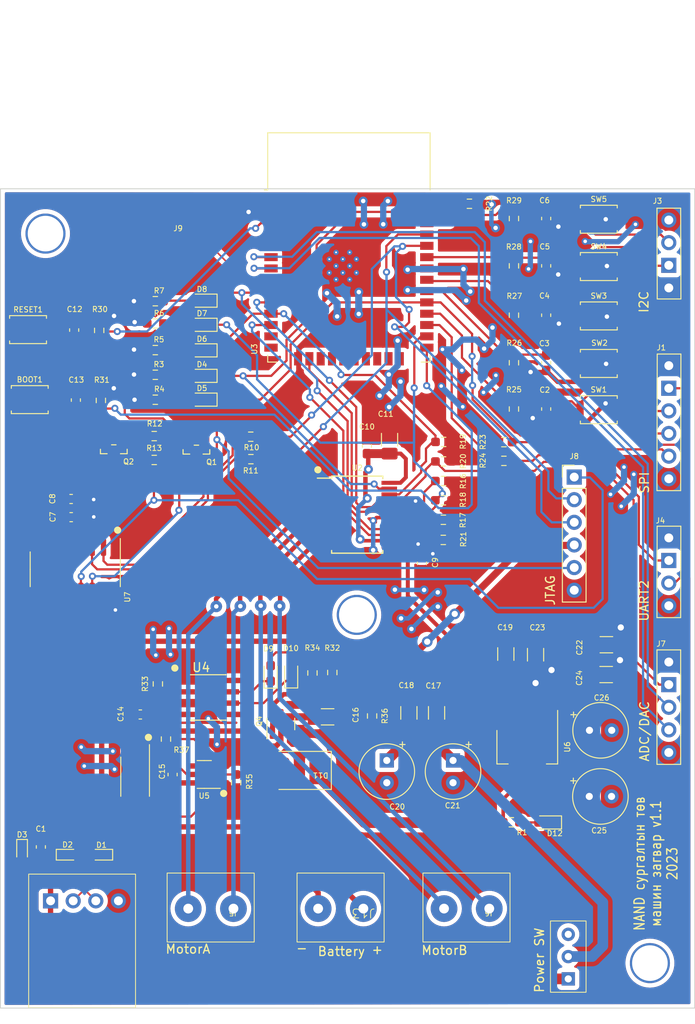
<source format=kicad_pcb>
(kicad_pcb (version 20221018) (generator pcbnew)
  (layers (0 "F.Cu" signal) (31 "B.Cu" signal) (34 "B.Paste" user) (35 "F.Paste" user) (36 "B.SilkS" user "B.Silkscreen") (37 "F.SilkS" user "F.Silkscreen") (38 "B.Mask" user) (39 "F.Mask" user) (44 "Edge.Cuts" user))
  (net 0 "")
  (net 1 "BATCONN+")
  (net 2 "BATCONN-")
  (net 3 "GND")
  (net 4 "+5V")
  (net 5 "GIO_17")
  (net 6 "+3.3V")
  (net 7 "GIO_18")
  (net 8 "GIO_19")
  (net 9 "GIO_21")
  (net 10 "GIO_22")
  (net 11 "VOUT+")
  (net 12 "/MCU/EN")
  (net 13 "/MCU/IO0")
  (net 14 "D+")
  (net 15 "D-")
  (net 16 "GIO_23")
  (net 17 "Net-(D4-A)")
  (net 18 "GIO_5")
  (net 19 "Net-(D5-A)")
  (net 20 "GIO_26")
  (net 21 "Net-(D6-A)")
  (net 22 "GIO_4")
  (net 23 "Net-(D7-A)")
  (net 24 "GIO_33")
  (net 25 "Net-(D8-A)")
  (net 26 "/Power/!chrg")
  (net 27 "Net-(D9-A)")
  (net 28 "/Power/!stdby")
  (net 29 "Net-(D10-A)")
  (net 30 "GIO_16")
  (net 31 "AO1")
  (net 32 "AO2")
  (net 33 "BO1")
  (net 34 "BO2")
  (net 35 "GIO_25")
  (net 36 "GIO_34")
  (net 37 "GIO_35")
  (net 38 "DTR")
  (net 39 "C_RXD")
  (net 40 "C_TXD")
  (net 41 "RTS")
  (net 42 "GIO_32")
  (net 44 "/MCU/TXD")
  (net 45 "/MCU/RXD")
  (net 46 "Net-(Q1-PadB)")
  (net 47 "Net-(Q2-PadB)")
  (net 48 "Net-(D12-A)")
  (net 49 "/MCU/STBY")
  (net 50 "GIO_27")
  (net 59 "Net-(D11-K)")
  (net 74 "Net-(U5-VM)")
  (net 75 "Net-(U5-VCC)")
  (net 76 "Net-(U5-OD)")
  (net 77 "Net-(U5-OC)")
  (net 78 "Net-(U4-PROG)")
  (footprint "SS8050:SOT-23_BEC" (layer "F.Cu") (at 121.25 77.61925 180)
    (fp_text reference "Q2")
    (fp_text value "SS8050")
  )
  (footprint "Resistor_SMD:R_0603_1608Metric_Pad0.98x0.95mm_HandSolder" (layer "F.Cu") (at 119.61 64.2775 -90)
    (fp_text reference "R30")
    (fp_text value "10k")
  )
  (footprint "Resistor_SMD:R_0603_1608Metric_Pad0.98x0.95mm_HandSolder" (layer "F.Cu") (at 165.06 76.82 180)
    (fp_text reference "R23")
    (fp_text value "10k")
  )
  (footprint "Package_SO:SOIC-16_3.9x9.9mm_P1.27mm" (layer "F.Cu") (at 116.92 91.09 -90)
    (fp_text reference "U7")
    (fp_text value "CH340C")
  )
  (footprint "Resistor_SMD:R_0603_1608Metric_Pad0.98x0.95mm_HandSolder" (layer "F.Cu") (at 136.63 76.20925)
    (fp_text reference "R10")
    (fp_text value "0")
  )
  (footprint "Connector_PinHeader_2.54mm:PinHeader_1x06_P2.54mm_Vertical" (layer "F.Cu") (at 172.96 80.74)
    (fp_text reference "J8")
    (fp_text value "JTAG")
  )
  (footprint "Capacitor_SMD:C_0603_1608Metric_Pad1.08x0.95mm_HandSolder" (layer "F.Cu") (at 127.855 114.1325 90)
    (fp_text reference "C15")
    (fp_text value "100n")
  )
  (footprint "Capacitor_SMD:C_0603_1608Metric_Pad1.08x0.95mm_HandSolder" (layer "F.Cu") (at 116.8 64.2375 -90)
    (fp_text reference "C12")
    (fp_text value "100n")
  )
  (footprint "Capacitor_SMD:C_0603_1608Metric_Pad1.08x0.95mm_HandSolder" (layer "F.Cu") (at 169.81 67.9075 -90)
    (fp_text reference "C3")
    (fp_text value "100n")
  )
  (footprint "TP4056:TypeC_254" (layer "F.Cu") (at 111.69 140.31)
    (fp_text reference "U8" hide)
    (fp_text value "~")
  )
  (footprint "Button_Switch_SMD:SW_Push_SPST_NO_Alps_SKRK" (layer "F.Cu") (at 111.81 72.0475)
    (fp_text reference "BOOT1")
    (fp_text value "SW_Push" hide)
  )
  (footprint "Capacitor_SMD:C_0603_1608Metric_Pad1.08x0.95mm_HandSolder" (layer "F.Cu") (at 116.46 83.2 180)
    (fp_text reference "C8")
    (fp_text value "100n")
  )
  (footprint "TP4056:SOP127P600X175-9N" (layer "F.Cu") (at 131.855 105.48)
    (fp_text reference "U4")
    (fp_text value "TP4056")
  )
  (footprint "Resistor_SMD:R_0603_1608Metric_Pad0.98x0.95mm_HandSolder" (layer "F.Cu") (at 158.2775 81.175)
    (fp_text reference "R16")
    (fp_text value "10k")
  )
  (footprint "Connector_PinHeader_2.54mm:PinHeader_1x05_P2.54mm_Vertical" (layer "F.Cu") (at 183.5825 70.77)
    (fp_text reference "J1")
    (fp_text value "SPI")
  )
  (footprint "LED_SMD:LED_0603_1608Metric_Pad1.05x0.95mm_HandSolder" (layer "F.Cu") (at 138.87 102.7775 90)
    (fp_text reference "D9")
    (fp_text value "RED")
  )
  (footprint "Resistor_SMD:R_0603_1608Metric_Pad0.98x0.95mm_HandSolder" (layer "F.Cu") (at 161.19 50.06)
    (fp_text reference "R22")
    (fp_text value "10k")
  )
  (footprint "Resistor_SMD:R_0603_1608Metric_Pad0.98x0.95mm_HandSolder" (layer "F.Cu") (at 136.6475 78.72925)
    (fp_text reference "R11")
    (fp_text value "0")
  )
  (footprint "Resistor_SMD:R_0603_1608Metric_Pad0.98x0.95mm_HandSolder" (layer "F.Cu") (at 125.79 78.81925 180)
    (fp_text reference "R13")
    (fp_text value "10k")
  )
  (footprint "Capacitor_SMD:C_0603_1608Metric_Pad1.08x0.95mm_HandSolder" (layer "F.Cu") (at 155.86 90.43 -90)
    (fp_text reference "C9")
    (fp_text value "100n")
  )
  (footprint "RF_Module:ESP32-WROOM-32" (layer "F.Cu") (at 147.655 57.9525)
    (fp_text reference "U3")
    (fp_text value "ESP32-WROOM-32")
  )
  (footprint "Button_Switch_SMD:SW_Push_SPST_NO_Alps_SKRK" (layer "F.Cu") (at 111.62 64.1875)
    (fp_text reference "RESET1")
    (fp_text value "SW_Push" hide)
  )
  (footprint "Resistor_SMD:R_0603_1608Metric_Pad0.98x0.95mm_HandSolder" (layer "F.Cu") (at 145.79 102.68 90)
    (fp_text reference "R32")
    (fp_text value "1k")
  )
  (footprint "Package_TO_SOT_SMD:SOT-23" (layer "F.Cu") (at 140.0125 108.4575 90)
    (fp_text reference "Q4")
    (fp_text value "AO3401A")
  )
  (footprint "Button_Switch_SMD:SW_Push_SPST_NO_Alps_SKRK" (layer "F.Cu") (at 175.72 51.7975)
    (fp_text reference "SW5")
    (fp_text value "SW_Push" hide)
  )
  (footprint "Resistor_SMD:R_0603_1608Metric_Pad0.98x0.95mm_HandSolder" (layer "F.Cu") (at 126.2 103.96 90)
    (fp_text reference "R33")
    (fp_text value "1k2")
  )
  (footprint "Button_Switch_SMD:SW_Push_SPST_NO_Alps_SKRK" (layer "F.Cu") (at 175.72 73.18)
    (fp_text reference "SW1")
    (fp_text value "SW_Push")
  )
  (footprint "TP4056:connector_2pin_5.08" (layer "F.Cu") (at 163.42 129.18 180)
    (fp_text reference "J6")
    (fp_text value "Motor B")
  )
  (footprint "Capacitor_SMD:C_1206_3216Metric_Pad1.33x1.80mm_HandSolder" (layer "F.Cu") (at 154.39 107.21 -90)
    (fp_text reference "C18")
    (fp_text value "22u")
  )
  (footprint "Diode_SMD:D_SOD-523" (layer "F.Cu") (at 110.95 122.68 -90)
    (fp_text reference "D3")
    (fp_text value "LESD5D5.0CT1G")
  )
  (footprint "Package_SO:TSSOP-8_4.4x3mm_P0.65mm" (layer "F.Cu") (at 123.645 114.3725 -90)
    (fp_text reference "Q3" hide)
    (fp_text value "FS8205A")
  )
  (footprint "Resistor_SMD:R_0603_1608Metric_Pad0.98x0.95mm_HandSolder" (layer "F.Cu") (at 166.19 51.7175 -90)
    (fp_text reference "R29")
    (fp_text value "10k")
  )
  (footprint "LED_SMD:LED_0603_1608Metric_Pad1.05x0.95mm_HandSolder" (layer "F.Cu") (at 131.19 63.6475 180)
    (fp_text reference "D7")
    (fp_text value "WHITE")
  )
  (footprint "Resistor_SMD:R_0603_1608Metric_Pad0.98x0.95mm_HandSolder" (layer "F.Cu") (at 165.06 78.92 180)
    (fp_text reference "R24")
    (fp_text value "10k")
  )
  (footprint "Capacitor_THT:CP_Radial_Tantal_D6.0mm_P2.50mm" (layer "F.Cu") (at 174.672375 109.17)
    (fp_text reference "C26")
    (fp_text value "220u")
  )
  (footprint "Button_Switch_SMD:SW_Push_SPST_NO_Alps_SKRK" (layer "F.Cu") (at 175.72 57.11)
    (fp_text reference "SW4")
    (fp_text value "SW_Push" hide)
  )
  (footprint "Resistor_SMD:R_0603_1608Metric_Pad0.98x0.95mm_HandSolder" (layer "F.Cu") (at 143.56 102.73 90)
    (fp_text reference "R34")
    (fp_text value "1k")
  )
  (footprint "LED_SMD:LED_0603_1608Metric_Pad1.05x0.95mm_HandSolder" (layer "F.Cu") (at 131.19 69.3775 180)
    (fp_text reference "D4")
    (fp_text value "GREEN")
  )
  (footprint "Resistor_SMD:R_0603_1608Metric_Pad0.98x0.95mm_HandSolder" (layer "F.Cu") (at 125.9125 60.9975)
    (fp_text reference "R7")
    (fp_text value "330")
  )
  (footprint "Capacitor_SMD:C_0603_1608Metric_Pad1.08x0.95mm_HandSolder" (layer "F.Cu") (at 169.81 57.03 -90)
    (fp_text reference "C5")
    (fp_text value "100n")
  )
  (footprint "TP4056:connector_2pin_5.08" (layer "F.Cu") (at 149.28 129.18 180)
    (fp_text reference "J13")
    (fp_text value "Battery")
  )
  (footprint "Capacitor_SMD:C_1206_3216Metric_Pad1.33x1.80mm_HandSolder" (layer "F.Cu") (at 168.6175 100.6825 -90)
    (fp_text reference "C23")
    (fp_text value "10u")
  )
  (footprint "Resistor_SMD:R_0603_1608Metric_Pad0.98x0.95mm_HandSolder" (layer "F.Cu") (at 127.11 110.15 90)
    (fp_text reference "R37")
    (fp_text value "100")
  )
  (footprint "Connector_PinHeader_2.54mm:PinHeader_1x04_P2.54mm_Vertical" (layer "F.Cu") (at 183.5825 104.04)
    (fp_text reference "J7")
    (fp_text value "DAC & ADC")
  )
  (footprint "Resistor_SMD:R_0603_1608Metric_Pad0.98x0.95mm_HandSolder" (layer "F.Cu") (at 166.19 62.57 -90)
    (fp_text reference "R27")
    (fp_text value "10k")
  )
  (footprint "Resistor_SMD:R_0603_1608Metric_Pad0.98x0.95mm_HandSolder" (layer "F.Cu") (at 158.2925 76.795)
    (fp_text reference "R19")
    (fp_text value "10k")
  )
  (footprint "Resistor_SMD:R_0603_1608Metric_Pad0.98x0.95mm_HandSolder" (layer "F.Cu") (at 166.19 73.1 -90)
    (fp_text reference "R25")
    (fp_text value "10k")
  )
  (footprint "Capacitor_SMD:C_1206_3216Metric_Pad1.33x1.80mm_HandSolder" (layer "F.Cu") (at 157.5 107.21 -90)
    (fp_text reference "C17")
    (fp_text value "10n")
  )
  (footprint "Capacitor_SMD:C_1206_3216Metric_Pad1.33x1.80mm_HandSolder" (layer "F.Cu") (at 152.22 76.545 -90)
    (fp_text reference "C11")
    (fp_text value "10u")
  )
  (footprint "Resistor_SMD:R_0603_1608Metric_Pad0.98x0.95mm_HandSolder" (layer "F.Cu") (at 158.255 87.795)
    (fp_text reference "R21")
    (fp_text value "10k")
  )
  (footprint "LED_SMD:LED_0603_1608Metric_Pad1.05x0.95mm_HandSolder" (layer "F.Cu") (at 141.17 102.755 90)
    (fp_text reference "D10")
    (fp_text value "GREEN")
  )
  (footprint "Capacitor_SMD:C_0603_1608Metric_Pad1.08x0.95mm_HandSolder" (layer "F.Cu") (at 116.465 85.24 180)
    (fp_text reference "C7")
    (fp_text value "4.7u")
  )
  (footprint "Resistor_SMD:R_0603_1608Metric_Pad0.98x0.95mm_HandSolder" (layer "F.Cu") (at 166.19 67.9075 -90)
    (fp_text reference "R26")
    (fp_text value "10k")
  )
  (footprint "Package_TO_SOT_SMD:SOT-23-6" (layer "F.Cu") (at 131.4075 114.1225 180)
    (fp_text reference "U5")
    (fp_text value "DW01A")
  )
  (footprint "LED_SMD:LED_0603_1608Metric_Pad1.05x0.95mm_HandSolder" (layer "F.Cu") (at 131.19 66.5175 180)
    (fp_text reference "D6")
    (fp_text value "BLUE")
  )
  (footprint "Package_TO_SOT_SMD:SOT-223" (layer "F.Cu") (at 167.6875 111.035 -90)
    (fp_text reference "U6")
    (fp_text value "AMS1117CD-3.3")
  )
  (footprint "Capacitor_THT:CP_Radial_Tantal_D6.0mm_P2.50mm" (layer "F.Cu") (at 159.35 112.55 -90)
    (fp_text reference "C21")
    (fp_text value "220u")
  )
  (footprint "LED_SMD:LED_0603_1608Metric_Pad1.05x0.95mm_HandSolder" (layer "F.Cu") (at 131.19 60.9375 180)
    (fp_text reference "D8")
    (fp_text value "YELLOW")
  )
  (footprint "Capacitor_SMD:C_0603_1608Metric_Pad1.08x0.95mm_HandSolder" (layer "F.Cu") (at 113.06 122.26 -90)
    (fp_text reference "C1")
    (fp_text value "100n")
  )
  (footprint "Capacitor_SMD:C_0603_1608Metric_Pad1.08x0.95mm_HandSolder" (layer "F.Cu") (at 149.68 77.2475 90)
    (fp_text reference "C10")
    (fp_text value "100n")
  )
  (footprint "Capacitor_THT:CP_Radial_Tantal_D6.0mm_P2.50mm" (layer "F.Cu") (at 174.65 116.59)
    (fp_text reference "C25")
    (fp_text value "100u")
  )
  (footprint "Connector_PinHeader_2.54mm:PinHeader_1x03_P2.54mm_Vertical" (layer "F.Cu") (at 183.5825 56.9675 180)
    (fp_text reference "J3")
    (fp_text value "I2c")
  )
  (footprint "Resistor_SMD:R_0603_1608Metric_Pad0.98x0.95mm_HandSolder" (layer "F.Cu") (at 158.27 83.345)
    (fp_text reference "R18")
    (fp_text value "10k")
  )
  (footprint "Resistor_SMD:R_0603_1608Metric_Pad0.98x0.95mm_HandSolder" (layer "F.Cu") (at 158.2625 85.535)
    (fp_text reference "R17")
    (fp_text value "10k")
  )
  (footprint "Button_Switch_SMD:SW_Push_SPST_NO_Alps_SKRK" (layer "F.Cu") (at 175.72 62.65)
    (fp_text reference "SW3")
    (fp_text value "SW_Push" hide)
  )
  (footprint "Capacitor_SMD:C_0603_1608Metric_Pad1.08x0.95mm_HandSolder" (layer "F.Cu") (at 116.99 72.0975 -90)
    (fp_text reference "C13")
    (fp_text value "100n")
  )
  (footprint "Capacitor_SMD:C_1206_3216Metric_Pad1.33x1.80mm_HandSolder" (layer "F.Cu") (at 145.2625 107.655 180)
    (fp_text reference "C16")
    (fp_text value "10u")
  )
  (footprint "Resistor_SMD:R_0603_1608Metric_Pad0.98x0.95mm_HandSolder" (layer "F.Cu") (at 165.8975 119.49)
    (fp_text reference "R1")
    (fp_text value "330")
  )
  (footprint "Resistor_SMD:R_0603_1608Metric_Pad0.98x0.95mm_HandSolder" (layer "F.Cu") (at 125.79 76.13925)
    (fp_text reference "R12")
    (fp_text value "10k")
  )
  (footprint "Capacitor_SMD:C_0603_1608Metric_Pad1.08x0.95mm_HandSolder" (layer "F.Cu") (at 169.81 62.57 -90)
    (fp_text reference "C4")
    (fp_text value "100n")
  )
  (footprint "Capacitor_SMD:C_0603_1608Metric_Pad1.08x0.95mm_HandSolder" (layer "F.Cu") (at 124.23 107.39 180)
    (fp_text reference "C14")
    (fp_text value "100n")
  )
  (footprint "Resistor_SMD:R_0603_1608Metric_Pad0.98x0.95mm_HandSolder" (layer "F.Cu") (at 166.19 57.03 -90)
    (fp_text reference "R28")
    (fp_text value "10k")
  )
  (footprint "Resistor_SMD:R_0603_1608Metric_Pad0.98x0.95mm_HandSolder" (layer "F.Cu") (at 119.8 72.1375 -90)
    (fp_text reference "R31")
    (fp_text value "10k")
  )
  (footprint "Resistor_SMD:R_0603_1608Metric_Pad0.98x0.95mm_HandSolder" (layer "F.Cu") (at 125.9125 69.2575)
    (fp_text reference "R3")
    (fp_text value "330")
  )
  (footprint "Package_SO:SSOP-24_5.3x8.2mm_P0.65mm" (layer "F.Cu") (at 148.59 84.96)
    (fp_text reference "U2")
    (fp_text value "TB6612FNG")
  )
  (footprint "Resistor_SMD:R_0603_1608Metric_Pad0.98x0.95mm_HandSolder" (layer "F.Cu") (at 158.285 78.985)
    (fp_text reference "R20")
    (fp_text value "10k")
  )
  (footprint "LED_SMD:LED_0603_1608Metric_Pad1.05x0.95mm_HandSolder" (layer "F.Cu") (at 131.19 72.0475 180)
    (fp_text reference "D5")
    (fp_text value "RED")
  )
  (footprint "Capacitor_SMD:C_0603_1608Metric_Pad1.08x0.95mm_HandSolder" (layer "F.Cu") (at 169.81 73.1 -90)
    (fp_text reference "C2")
    (fp_text value "100n")
  )
  (footprint "Resistor_SMD:R_0603_1608Metric_Pad0.98x0.95mm_HandSolder" (layer "F.Cu") (at 125.9125 63.4975)
    (fp_text reference "R6")
    (fp_text value "330")
  )
  (footprint "Capacitor_SMD:C_0603_1608Metric_Pad1.08x0.95mm_HandSolder" (layer "F.Cu") (at 169.81 51.7175 -90)
    (fp_text reference "C6")
    (fp_text value "100n")
  )
  (footprint "Resistor_SMD:R_0603_1608Metric_Pad0.98x0.95mm_HandSolder" (layer "F.Cu") (at 125.9125 72.0575)
    (fp_text reference "R4")
    (fp_text value "330")
  )
  (footprint "Capacitor_SMD:C_1206_3216Metric_Pad1.33x1.80mm_HandSolder" (layer "F.Cu") (at 165.2775 100.605 -90)
    (fp_text reference "C19")
    (fp_text value "10u")
  )
  (footprint "Diode_SMD:D_SOD-523" (layer "F.Cu") (at 119.86 123.13 180)
    (fp_text reference "D1")
    (fp_text value "LESD5D5.0CT1G")
  )
  (footprint "TP4056:ESP_touch_pad" (layer "F.Cu") (at 123.44 54.62 180)
    (fp_text reference "J9")
    (fp_text value "Conn_01x01")
  )
  (footprint "Capacitor_SMD:C_1206_3216Metric_Pad1.33x1.80mm_HandSolder" (layer "F.Cu") (at 176.55 102.91)
    (fp_text reference "C24")
    (fp_text value "22u")
  )
  (footprint "TP4056:SW_spdt _slide" (layer "F.Cu") (at 174.29 138.57 90)
    (fp_text reference "SW6" hide)
    (fp_text value "SW_SPDT")
  )
  (footprint "Resistor_SMD:R_0603_1608Metric_Pad0.98x0.95mm_HandSolder" (layer "F.Cu") (at 150.26 107.5575 -90)
    (fp_text reference "R36")
    (fp_text value "10k")
  )
  (footprint "Connector_PinHeader_2.54mm:PinHeader_1x03_P2.54mm_Vertical" (layer "F.Cu") (at 183.5825 90.105)
    (fp_text reference "J4")
    (fp_text value "UART2")
  )
  (footprint "Diode_SMD:D_SOD-523" (layer "F.Cu") (at 116.05 123.13)
    (fp_text reference "D2")
    (fp_text value "LESD5D5.0CT1G")
  )
  (footprint "LED_SMD:LED_0603_1608Metric_Pad1.05x0.95mm_HandSolder" (layer "F.Cu") (at 169.875 119.51 180)
    (fp_text reference "D12")
    (fp_text value "Power LED")
  )
  (footprint "Resistor_SMD:R_0603_1608Metric_Pad0.98x0.95mm_HandSolder" (layer "F.Cu") (at 134.99 115.04 90)
    (fp_text reference "R35")
    (fp_text value "1k")
  )
  (footprint "TP4056:403_SMB_A" (layer "F.Cu") (at 144.475 113.72 180)
    (fp_text reference "D11")
    (fp_text value "MBRS130LT3")
  )
  (footprint "Resistor_SMD:R_0603_1608Metric_Pad0.98x0.95mm_HandSolder" (layer "F.Cu") (at 125.9125 66.4875)
    (fp_text reference "R5")
    (fp_text value "330")
  )
  (footprint "Capacitor_SMD:C_1206_3216Metric_Pad1.33x1.80mm_HandSolder" (layer "F.Cu") (at 176.572375 99.56)
    (fp_text reference "C22")
    (fp_text value "10n")
  )
  (footprint "SS8050:SOT-23_BEC" (layer "F.Cu") (at 130.53 77.65925 180)
    (fp_text reference "Q1")
    (fp_text value "SS8050")
  )
  (footprint "TP4056:connector_2pin_5.08" (layer "F.Cu") (at 134.69 129.18 180)
    (fp_text reference "J5")
    (fp_text value "Motor A")
  )
  (footprint "Button_Switch_SMD:SW_Push_SPST_NO_Alps_SKRK" (layer "F.Cu") (at 175.72 67.9875)
    (fp_text reference "SW2")
    (fp_text value "SW_Push" hide)
  )
  (footprint "Capacitor_THT:CP_Radial_Tantal_D6.0mm_P2.50mm" (layer "F.Cu") (at 151.91 112.55 -90)
    (fp_text reference "C20")
    (fp_text value "100u")
  )
  (gr_circle (center 133.59 116.25) (end 133.92 116.25) (stroke (width 0.15)) (fill solid) (layer "F.SilkS"))
  (gr_circle (center 121.68 86.7) (end 122.01 86.7) (stroke (width 0.15)) (fill solid) (layer "F.SilkS"))
  (gr_circle (center 125.14 109.96) (end 125.47 109.96) (stroke (width 0.15)) (fill solid) (layer "F.SilkS"))
  (gr_circle (center 144.17 79.92) (end 144.5 79.92) (stroke (width 0.15)) (fill solid) (layer "F.SilkS"))
  (gr_rect (start 108.52 48.3775) (end 186.49 140.3475) (stroke (width 0.1)) (fill none) (layer "Edge.Cuts"))
  (gr_text "+\n" (at 150.12 134.37) (layer "F.SilkS") (effects (font (size 1 1)) (justify left bottom)))
  (gr_text "MotorB\n" (at 155.72 134.45) (layer "F.SilkS") (effects (font (size 1 1)) (justify left bottom)))
  (gr_text "SPI\n" (at 181.43 82.68 90) (layer "F.SilkS") (effects (font (size 1 1)) (justify left bottom)))
  (gr_text "JTAG" (at 170.86 95.24 90) (layer "F.SilkS") (effects (font (size 1 1)) (justify left bottom)))
  (gr_text "UART2\n" (at 181.39 97.03 90) (layer "F.SilkS") (effects (font (size 1 1)) (justify left bottom)))
  (gr_text "Power SW\n" (at 169.64 138.71 90) (layer "F.SilkS") (effects (font (size 1 1)) (justify left bottom)))
  (gr_text "NAND сургалтын төв\nмашин загвар v1.1\n2023" (at 184.64 124.13 90) (layer "F.SilkS") (effects (font (size 1.143 0.9652) (thickness 0.1524)) (justify bottom)))
  (gr_text "MotorA\n" (at 126.98 134.31) (layer "F.SilkS") (effects (font (size 1 1)) (justify left bottom)))
  (gr_text "ADC/DAC\n" (at 181.44 112.76 90) (layer "F.SilkS") (effects (font (size 1 1)) (justify left bottom)))
  (gr_text "I2C\n" (at 181.37 62.39 90) (layer "F.SilkS") (effects (font (size 1 1)) (justify left bottom)))
  (gr_text "Battery\n" (at 144.07 134.57) (layer "F.SilkS") (effects (font (size 1 1)) (justify left bottom)))
  (gr_text "-\n" (at 141.65 134.2) (layer "F.SilkS") (effects (font (size 1 1)) (justify left bottom)))
  (via (at 148.54 96.21) (size 4.5) (drill 4) (layers "F.Cu" "B.Cu") (net 0))
  (via (at 113.58 53.41) (size 4.5) (drill 4) (layers "F.Cu" "B.Cu") (net 0))
  (via (at 181.46 135.3) (size 4.5) (drill 4) (layers "F.Cu" "B.Cu") (net 0))
  (segment (start 140.01 110.4) (end 139.47 110.94) (width 0.6) (layer "F.Cu") (net 1))
  (segment (start 140.1475 107.655) (end 140.0125 107.52) (width 0.2) (layer "F.Cu") (net 1))
  (segment (start 135.94 109.31) (end 135.88 109.25) (width 0.6) (layer "F.Cu") (net 1))
  (segment (start 137.57 117.47) (end 149.18 129.08) (width 0.6) (layer "F.Cu") (net 1))
  (segment (start 137.57 110.94) (end 135.94 109.31) (width 0.6) (layer "F.Cu") (net 1))
  (segment (start 143.7 107.655) (end 140.1475 107.655) (width 0.8) (layer "F.Cu") (net 1))
  (segment (start 135.94 107.79) (end 135.94 109) (width 0.6) (layer "F.Cu") (net 1))
  (segment (start 135.8675 109.2375) (end 135.94 109.31) (width 0.2) (layer "F.Cu") (net 1))
  (segment (start 140.01 107.7925) (end 140.01 110.4) (width 0.6) (layer "F.Cu") (net 1))
  (segment (start 127.1225 109.25) (end 127.11 109.2375) (width 0.6) (layer "F.Cu") (net 1))
  (segment (start 139.47 110.94) (end 137.57 110.94) (width 0.6) (layer "F.Cu") (net 1))
  (segment (start 140.1475 107.655) (end 140.01 107.7925) (width 0.6) (layer "F.Cu") (net 1))
  (segment (start 137.57 110.94) (end 137.57 117.47) (width 0.6) (layer "F.Cu") (net 1))
  (segment (start 134.33 107.385) (end 135.535 107.385) (width 0.6) (layer "F.Cu") (net 1))
  (segment (start 135.88 109.25) (end 127.1225 109.25) (width 0.6) (layer "F.Cu") (net 1))
  (segment (start 135.535 107.385) (end 135.94 107.79) (width 0.6) (layer "F.Cu") (net 1))
  (segment (start 135.94 109) (end 135.94 109.31) (width 0.6) (layer "F.Cu") (net 1))
  (segment (start 123.995 115.9725) (end 123.975 115.9925) (width 0.4) (layer "F.Cu") (net 2))
  (segment (start 127.855 114.995) (end 127.865 115.005) (width 0.2) (layer "F.Cu") (net 2))
  (segment (start 130.27 115.0725) (end 127.9325 115.0725) (width 0.6) (layer "F.Cu") (net 2))
  (segment (start 123.4075 115.9725) (end 123.31 116.07) (width 0.4) (layer "F.Cu") (net 2))
  (segment (start 123.995 115.9725) (end 123.4075 115.9725) (width 0.4) (layer "F.Cu") (net 2))
  (segment (start 127.855 114.995) (end 127.0525 114.995) (width 0.6) (layer "F.Cu") (net 2))
  (segment (start 121.81 118.99) (end 121.81 116.425) (width 0.6) (layer "F.Cu") (net 2))
  (segment (start 123.31 116.07) (end 123.32 116.08) (width 0.4) (layer "F.Cu") (net 2))
  (segment (start 144.2 127.39) (end 136.82 120.01) (width 0.6) (layer "F.Cu") (net 2))
  (segment (start 127.9325 115.0725) (end 127.855 114.995) (width 0.2) (layer "F.Cu") (net 2))
  (segment (start 122.2625 115.9725) (end 123.995 115.9725) (width 0.6) (layer "F.Cu") (net 2))
  (segment (start 144.2 129.18) (end 144.2 127.39) (width 0.6) (layer "F.Cu") (net 2))
  (segment (start 127.0525 114.995) (end 126.075 115.9725) (width 0.6) (layer "F.Cu") (net 2))
  (segment (start 123.975 115.9925) (end 123.975 117.23) (width 0.4) (layer "F.Cu") (net 2))
  (segment (start 121.81 116.425) (end 122.2625 115.9725) (width 0.6) (layer "F.Cu") (net 2))
  (segment (start 123.975 117.23) (end 123.97 117.235) (width 0.4) (layer "F.Cu") (net 2))
  (segment (start 126.075 115.9725) (end 123.995 115.9725) (width 0.6) (layer "F.Cu") (net 2))
  (segment (start 136.82 120.01) (end 122.83 120.01) (width 0.6) (layer "F.Cu") (net 2))
  (segment (start 123.32 116.08) (end 123.32 117.235) (width 0.4) (layer "F.Cu") (net 2))
  (segment (start 122.83 120.01) (end 121.81 118.99) (width 0.6) (layer "F.Cu") (net 2))
  (segment (start 150.755 85.285) (end 150.41 85.63) (width 0.4) (layer "F.Cu") (net 3))
  (segment (start 150.38 85.63) (end 150.38 85.66) (width 0.25) (layer "F.Cu") (net 3))
  (segment (start 150.38 85.66) (end 150.41 85.63) (width 0.25) (layer "F.Cu") (net 3))
  (segment (start 146.115 83.335) (end 146.34 83.56) (width 0.4) (layer "F.Cu") (net 3))
  (segment (start 150.41 85.63) (end 150.38 85.63) (width 0.25) (layer "F.Cu") (net 3))
  (segment (start 146.34 86.27) (end 146.025 86.585) (width 0.4) (layer "F.Cu") (net 3))
  (segment (start 144.99 83.335) (end 146.115 83.335) (width 0.4) (layer "F.Cu") (net 3))
  (segment (start 146.025 86.585) (end 144.99 86.585) (width 0.4) (layer "F.Cu") (net 3))
  (segment (start 152.19 85.285) (end 150.755 85.285) (width 0.4) (layer "F.Cu") (net 3))
  (segment (start 146.34 83.56) (end 146.34 86.27) (width 0.4) (layer "F.Cu") (net 3))
  (via (at 151.51 52.36) (size 1) (drill 0.5) (layers "F.Cu" "B.Cu") (net 3))
  (via (at 167.83 57.38) (size 0.8) (drill 0.4) (layers "F.Cu" "B.Cu") (net 3))
  (via (at 127.45 97.74) (size 0.8) (drill 0.4) (layers "F.Cu" "B.Cu") (net 3))
  (via (at 157.644497 95.282943) (size 1) (drill 0.5) (layers "F.Cu" "B.Cu") (net 3))
  (via (at 158.16 66.41) (size 0.8) (drill 0.4) (layers "F.Cu" "B.Cu") (net 3))
  (via (at 121.14 111.51) (size 0.8) (drill 0.4) (layers "F.Cu" "B.Cu") (net 3))
  (via (at 163.69 50.13) (size 1) (drill 0.5) (layers "F.Cu" "B.Cu") (net 3))
  (via (at 178.24 84.02) (size 0.8) (drill 0.4) (layers "F.Cu" "B.Cu") (net 3))
  (via (at 158.02 70.52) (size 0.8) (drill 0.4) (layers "F.Cu" "B.Cu") (net 3))
  (via (at 125.67 97.83) (size 0.8) (drill 0.4) (layers "F.Cu" "B.Cu") (net 3))
  (via (at 162.77 71.23) (size 0.8) (drill 0.4) (layers "F.Cu" "B.Cu") (net 3))
  (via (at 160.83 60.92) (size 1) (drill 0.5) (layers "F.Cu" "B.Cu") (net 3))
  (via (at 146.33 62.71) (size 1) (drill 0.5) (layers "F.Cu" "B.Cu") (net 3))
  (via (at 153.51 96.6) (size 1) (drill 0.5) (layers "F.Cu" "B.Cu") (net 3))
  (via (at 125.97 100.73) (size 0.8) (drill 0.4) (layers "F.Cu" "B.Cu") (net 3))
  (via (at 152.82 93.38) (size 1) (drill 0.5) (layers "F.Cu" "B.Cu") (net 3))
  (via (at 164.13 52.77) (size 1) (drill 0.5) (layers "F.Cu" "B.Cu") (net 3))
  (via (at 154.25 59.76) (size 1) (drill 0.5) (layers "F.Cu" "B.Cu") (net 3))
  (via (at 163.78 63.96) (size 1) (drill 0.5) (layers "F.Cu" "B.Cu") (net 3))
  (via (at 151.1 71.6) (size 1) (drill 0.5) (layers "F.Cu" "B.Cu") (net 3))
  (via (at 179.65 80.43) (size 0.8) (drill 0.4) (layers "F.Cu" "B.Cu") (net 3))
  (via (at 127.62 100.66) (size 0.8) (drill 0.4) (layers "F.Cu" "B.Cu") (net 3))
  (via (at 160.34 68.76) (size 0.8) (drill 0.4) (layers "F.Cu" "B.Cu") (net 3))
  (via (at 153.45 70.02) (size 1) (drill 0.5) (layers "F.Cu" "B.Cu") (net 3))
  (via (at 179.84 52.37) (size 0.8) (drill 0.4) (layers "F.Cu" "B.Cu") (net 3))
  (via (at 132.84 110.74) (size 0.8) (drill 0.4) (layers "F.Cu" "B.Cu") (net 3))
  (via (at 177.04 82.68) (size 0.8) (drill 0.4) (layers "F.Cu" "B.Cu") (net 3))
  (via (at 117.59 111.05) (size 0.8) (drill 0.4) (layers "F.Cu" "B.Cu") (net 3))
  (via (at 121.33 113.54) (size 0.8) (drill 0.4) (layers "F.Cu" "B.Cu") (net 3))
  (via (at 117.93 113.18) (size 0.8) (drill 0.4) (layers "F.Cu" "B.Cu") (net 3))
  (via (at 150.38 88.94) (size 1) (drill 0.5) (layers "F.Cu" "B.Cu") (net 3))
  (via (at 154.25 57.46) (size 1) (drill 0.5) (layers "F.Cu" "B.Cu") (net 3))
  (via (at 152.17 72.88) (size 1) (drill 0.5) (layers "F.Cu" "B.Cu") (net 3))
  (via (at 160.52 57.39) (size 1) (drill 0.5) (layers "F.Cu" "B.Cu") (net 3))
  (via (at 152.03 49.76) (size 1) (drill 0.5) (layers "F.Cu" "B.Cu") (net 3))
  (via (at 153.13 65.42) (size 1) (drill 0.5) (layers "F.Cu" "B.Cu") (net 3))
  (via (at 150.38 85.63) (size 0.8) (drill 0.4) (layers "F.Cu" "B.Cu") (net 3))
  (via (at 152.14 69.22) (size 1) (drill 0.5) (layers "F.Cu" "B.Cu") (net 3))
  (via (at 168.05 54.29) (size 0.8) (drill 0.4) (layers "F.Cu" "B.Cu") (net 3))
  (via (at 149.34 52.37) (size 1) (drill 0.5) (layers "F.Cu" "B.Cu") (net 3))
  (via (at 145.19 60.09) (size 1) (drill 0.5) (layers "F.Cu" "B.Cu") (net 3))
  (via (at 149.26 49.75) (size 1) (drill 0.5) (layers "F.Cu" "B.Cu") (net 3))
  (via (at 148.77 59.97) (size 1) (drill 0.5) (layers "F.Cu" "B.Cu") (net 3))
  (via (at 156.1 93.41) (size 1) (drill 0.5) (layers "F.Cu" "B.Cu") (net 3))
  (via (at 164.16 69.32) (size 0.8) (drill 0.4) (layers "F.Cu" "B.Cu") (net 3))
  (via (at 178.55 79.62) (size 0.8) (drill 0.4) (layers "F.Cu" "B.Cu") (net 3))
  (via (at 157.64 93.68) (size 1) (drill 0.5) (layers "F.Cu" "B.Cu") (net 3))
  (via (at 154.68 97.79) (size 1) (drill 0.5) (layers "F.Cu" "B.Cu") (net 3))
  (via (at 162.84 66.32) (size 1) (drill 0.5) (layers "F.Cu" "B.Cu") (net 3))
  (via (at 161.28 59.91) (size 1) (drill 0.5) (layers "F.Cu" "B.Cu") (net 3))
  (via (at 174.19 54.28) (size 0.8) (drill 0.4) (layers "F.Cu" "B.Cu") (net 3))
  (via (at 131.87 107.85) (size 0.8) (drill 0.4) (layers "F.Cu" "B.Cu") (net 3))
  (via (at 148.76 62.43) (size 1) (drill 0.5) (layers "F.Cu" "B.Cu") (net 3))
  (via (at 160.44 72.85) (size 0.8) (drill 0.4) (layers "F.Cu" "B.Cu") (net 3))
  (segment (start 125.67 97.83) (end 125.67 100.43) (width 0.7) (layer "B.Cu") (net 3))
  (segment (start 157.64 93.68) (end 157.25 93.68) (width 0.5) (layer "B.Cu") (net 3))
  (segment (start 177.04 82.68) (end 178.55 81.17) (width 0.7) (layer "B.Cu") (net 3))
  (segment (start 158.11 70.7) (end 160.26 72.85) (width 0.7) (layer "B.Cu") (net 3))
  (segment (start 127.45 100.49) (end 127.62 100.66) (width 0.7) (layer "B.Cu") (net 3))
  (segment (start 151.51 50.28) (end 152.03 49.76) (width 0.7) (layer "B.Cu") (net 3))
  (segment (start 154.25 59.76) (end 159.67 59.76) (width 0.7) (layer "B.Cu") (net 3))
  (segment (start 118.05 111.51) (end 117.59 111.05) (width 0.7) (layer "B.Cu") (net 3))
  (segment (start 164.16 69.84) (end 164.16 69.32) (width 0.7) (layer "B.Cu") (net 3))
  (segment (start 160.34 68.59) (end 160.34 68.76) (width 0.7) (layer "B.Cu") (net 3))
  (segment (start 158.11 70.52) (end 158.11 70.7) (width 0.7) (layer "B.Cu") (net 3))
  (segment (start 168.03 57.18) (end 168.03 54.31) (width 0.6) (layer "B.Cu") (net 3))
  (segment (start 163.66 52.35) (end 164.1 52.79) (width 0.5) (layer "B.Cu") (net 3))
  (segment (start 161.28 59.91) (end 160.52 59.15) (width 0.7) (layer "B.Cu") (net 3))
  (segment (start 154.68 97.79) (end 157.187057 95.282943) (width 0.5) (layer "B.Cu") (net 3))
  (segment (start 148.76 60.18) (end 148.66 60.08) (width 0.7) (layer "B.Cu") (net 3))
  (segment (start 177.89 54.32) (end 179.84 52.37) (width 0.6) (layer "B.Cu") (net 3))
  (segment (start 152.85 93.41) (end 156.1 93.41) (width 0.5) (layer "B.Cu") (net 3))
  (segment (start 121.14 111.51) (end 118.05 111.51) (width 0.7) (layer "B.Cu") (net 3))
  (segment (start 167.83 57.38) (end 168.03 57.18) (width 0.6) (layer "B.Cu") (net 3))
  (segment (start 152.14 70.56) (end 152.14 69.22) (width 0.7) (layer "B.Cu") (net 3))
  (segment (start 148.76 62.43) (end 148.76 60.18) (width 0.8) (layer "B.Cu") (net 3))
  (segment (start 153.45 71.61) (end 153.45 70.02) (width 0.7) (layer "B.Cu") (net 3))
  (segment (start 162.84 66.32) (end 162.84 66.21) (width 0.7) (layer "B.Cu") (net 3))
  (segment (start 150.38 85.63) (end 150.38 88.94) (width 0.5) (layer "B.Cu") (net 3))
  (segment (start 149.34 52.37) (end 149.34 49.83) (width 0.7) (layer "B.Cu") (net 3))
  (segment (start 168.03 54.31) (end 168.05 54.29) (width 0.6) (layer "B.Cu") (net 3))
  (segment (start 161.94 65.31) (end 160.4 65.31) (width 0.7) (layer "B.Cu") (net 3))
  (segment (start 149.34 49.83) (end 149.26 49.75) (width 0.7) (layer "B.Cu") (net 3))
  (segment (start 146.33 61.23) (end 145.19 60.09) (width 0.8) (layer "B.Cu") (net 3))
  (segment (start 117.93 113.18) (end 120.97 113.18) (width 0.7) (layer "B.Cu") (net 3))
  (segment (start 157.25 93.68) (end 154.33 96.6) (width 0.5) (layer "B.Cu") (net 3))
  (segment (start 132.84 110.74) (end 132.84 108.82) (width 0.7) (layer "B.Cu") (net 3))
  (segment (start 160.52 57.39) (end 154.32 57.39) (width 0.7) (layer "B.Cu") (net 3))
  (segment (start 162.84 66.21) (end 161.94 65.31) (width 0.7) (layer "B.Cu") (net 3))
  (segment (start 152.17 72.88) (end 152.18 72.88) (width 0.7) (layer "B.Cu") (net 3))
  (segment (start 153.13 65.42) (end 153.13 68.23) (width 0.7) (layer "B.Cu") (net 3))
  (segment (start 127.45 97.74) (end 127.45 100.49) (width 0.7) (layer "B.Cu") (net 3))
  (segment (start 159.67 59.76) (end 160.83 60.92) (width 0.7) (layer "B.Cu") (net 3))
  (segment (start 154.32 57.39) (end 154.25 57.46) (width 0.7) (layer "B.Cu") (net 3))
  (segment (start 152.82 93.38) (end 152.85 93.41) (width 0.5) (layer "B.Cu") (net 3))
  (segment (start 162.77 71.23) (end 164.16 69.84) (width 0.7) (layer "B.Cu") (net 3))
  (segment (start 162.84 66.32) (end 163.78 65.38) (width 0.7) (layer "B.Cu") (net 3))
  (segment (start 159.3 66.41) (end 158.16 66.41) (width 0.7) (layer "B.Cu") (net 3))
  (segment (start 178.55 81.17) (end 178.55 79.62) (width 0.7) (layer "B.Cu") (net 3))
  (segment (start 179.65 82.61) (end 178.24 84.02) (width 0.7) (layer "B.Cu") (net 3))
  (segment (start 163.78 65.38) (end 163.78 63.96) (width 0.7) (layer "B.Cu") (net 3))
  (segment (start 125.67 100.43) (end 125.97 100.73) (width 0.7) (layer "B.Cu") (net 3))
  (segment (start 163.66 50.11) (end 163.66 52.35) (width 0.5) (layer "B.Cu") (net 3))
  (segment (start 153.13 68.23) (end 152.14 69.22) (width 0.7) (layer "B.Cu") (net 3))
  (segment (start 146.33 62.71) (end 146.33 61.23) (width 0.8) (layer "B.Cu") (net 3))
  (segment (start 151.1 71.6) (end 152.14 70.56) (width 0.7) (layer "B.Cu") (net 3))
  (segment (start 158.02 70.52) (end 158.11 70.52) (width 0.25) (layer "B.Cu") (net 3))
  (segment (start 174.295 54.32) (end 177.89 54.32) (width 0.6) (layer "B.Cu") (net 3))
  (segment (start 148.66 60.08) (end 148.77 59.97) (width 0.25) (layer "B.Cu") (net 3))
  (segment (start 151.51 52.36) (end 151.51 50.28) (width 0.7) (layer "B.Cu") (net 3))
  (segment (start 152.18 72.88) (end 153.45 71.61) (width 0.7) (layer "B.Cu") (net 3))
  (segment (start 160.52 59.15) (end 160.52 57.39) (width 0.7) (layer "B.Cu") (net 3))
  (segment (start 154.33 96.6) (end 153.51 96.6) (width 0.5) (layer "B.Cu") (net 3))
  (segment (start 160.26 72.85) (end 160.44 72.85) (width 0.7) (layer "B.Cu") (net 3))
  (segment (start 160.4 65.31) (end 159.3 66.41) (width 0.7) (layer "B.Cu") (net 3))
  (segment (start 132.84 108.82) (end 131.87 107.85) (width 0.7) (layer "B.Cu") (net 3))
  (segment (start 179.65 80.43) (end 179.65 82.61) (width 0.7) (layer "B.Cu") (net 3))
  (segment (start 120.97 113.18) (end 121.33 113.54) (width 0.7) (layer "B.Cu") (net 3))
  (segment (start 157.187057 95.282943) (end 157.644497 95.282943) (width 0.5) (layer "B.Cu") (net 3))
  (segment (start 158.16 66.41) (end 160.34 68.59) (width 0.7) (layer "B.Cu") (net 3))
  (segment (start 149.58 122.04) (end 145.88 122.04) (width 0.6) (layer "F.Cu") (net 4))
  (segment (start 110.95 123.38) (end 112.8025 123.38) (width 0.25) (layer "F.Cu") (net 4))
  (segment (start 114.15 130.49) (end 114.19 130.53) (width 0.6) (layer "F.Cu") (net 4))
  (segment (start 124.66 99.17) (end 145.82 99.17) (width 0.6) (layer "F.Cu") (net 4))
  (segment (start 140.33 105.12) (end 142.0325 105.12) (width 0.5) (layer "F.Cu") (net 4))
  (segment (start 123.17 104.62) (end 123.17 100.66) (width 0.6) (layer "F.Cu") (net 4))
  (segment (start 145.74 103.6425) (end 145.79 103.5925) (width 0.5) (layer "F.Cu") (net 4))
  (segment (start 139.0625 106.3875) (end 140.33 105.12) (width 0.5) (layer "F.Cu") (net 4))
  (segment (start 150.26 106.645) (end 150.26 103.8325) (width 0.25) (layer "F.Cu") (net 4))
  (segment (start 136.59 103.08) (end 136.59 99.19) (width 0.6) (layer "F.Cu") (net 4))
  (segment (start 143.51 103.6425) (end 145.74 103.6425) (width 0.5) (layer "F.Cu") (net 4))
  (segment (start 123.42 130.53) (end 125.04 128.91) (width 0.6) (layer "F.Cu") (net 4))
  (segment (start 113.06 125.45) (end 113.06 123.1225) (width 0.6) (layer "F.Cu") (net 4))
  (segment (start 123.17 100.66) (end 124.66 99.17) (width 0.6) (layer "F.Cu") (net 4))
  (segment (start 125.0925 108.3475) (end 125.0925 107.39) (width 0.6) (layer "F.Cu") (net 4))
  (segment (start 145.79 103.5925) (end 148.15 103.5925) (width 0.8) (layer "F.Cu") (net 4))
  (segment (start 136.095 103.575) (end 136.59 103.08) (width 0.6) (layer "F.Cu") (net 4))
  (segment (start 139.715 113.72) (end 139.67 113.765) (width 0.25) (layer "F.Cu") (net 4))
  (segment (start 114.19 130.53) (end 123.42 130.53) (width 0.6) (layer "F.Cu") (net 4))
  (segment (start 139.0625 109.395) (end 139.0625 106.3875) (width 0.5) (layer "F.Cu") (net 4))
  (segment (start 172.96 88.36) (end 172.91 88.41) (width 0.8) (layer "F.Cu") (net 4))
  (segment (start 150.5 103.5925) (end 152.0475 103.5925) (width 0.8) (layer "F.Cu") (net 4))
  (segment (start 120.84 109.33) (end 124.11 109.33) (width 0.6) (layer "F.Cu") (net 4))
  (segment (start 172.91 88.41) (end 167.29 88.41) (width 0.8) (layer "F.Cu") (net 4))
  (segment (start 125.0925 106.5425) (end 123.17 104.62) (width 0.6) (layer "F.Cu") (net 4))
  (segment (start 145.82 99.17) (end 148.73 102.08) (width 0.6) (layer "F.Cu") (net 4))
  (segment (start 114.15 130.49) (end 114.15 131.97) (width 0.6) (layer "F.Cu") (net 4))
  (segment (start 114.15 126.54) (end 113.06 125.45) (width 0.6) (layer "F.Cu") (net 4))
  (segment (start 114.15 128.31) (end 114.15 126.54) (width 0.6) (layer "F.Cu") (net 4))
  (segment (start 148.73 103.5925) (end 148.15 103.5925) (width 0.6) (layer "F.Cu") (net 4))
  (segment (start 124.11 109.33) (end 125.0925 108.3475) (width 0.6) (layer "F.Cu") (net 4))
  (segment (start 148.15 103.5925) (end 150.5 103.5925) (width 0.8) (layer "F.Cu") (net 4))
  (segment (start 153.64 132.76) (end 153.64 126.1) (width 0.6) (layer "F.Cu") (net 4))
  (segment (start 125.16 107.39) (end 125.08 107.31) (width 0.6) (layer "F.Cu") (net 4))
  (segment (start 125.0925 107.39) (end 125.0925 106.5425) (width 0.6) (layer "F.Cu") (net 4))
  (segment (start 167.29 88.41) (end 159.57 96.13) (width 0.8) (layer "F.Cu") (net 4))
  (segment (start 152.0475 103.5925) (end 156.4 99.24) (width 0.8) (layer "F.Cu") (net 4))
  (segment (start 119.89 119.1) (end 119.89 110.28) (width 0.6) (layer "F.Cu") (net 4))
  (segment (start 139.91 113.915) (end 139.715 113.72) (width 0.6) (layer "F.Cu") (net 4))
  (segment (start 114.15 131.97) (end 116.9 134.72) (width 0.6) (layer "F.Cu") (net 4))
  (segment (start 112.8025 123.38) (end 113.06 123.1225) (width 0.25) (layer "F.Cu") (net 4))
  (segment (start 114.15 128.31) (end 114.15 130.49) (width 0.6) (layer "F.Cu") (net 4))
  (segment (start 145.88 122.04) (end 139.91 116.07) (width 0.6) (layer "F.Cu") (net 4))
  (segment (start 129.265 107.39) (end 125.16 107.39) (width 0.6) (layer "F.Cu") (net 4))
  (segment (start 148.73 102.08) (end 148.73 103.5925) (width 0.6) (layer "F.Cu") (net 4))
  (segment (start 150.26 103.8325) (end 150.5 103.5925) (width 0.25) (layer "F.Cu") (net 4))
  (segment (start 134.33 103.575) (end 136.095 103.575) (width 0.6) (layer "F.Cu") (net 4))
  (segment (start 156.4 99.23) (end 156.41 99.23) (width 0.8) (layer "F.Cu") (net 4))
  (segment (start 116.9 134.72) (end 151.68 134.72) (width 0.6) (layer "F.Cu") (net 4))
  (segment (start 125.04 124.25) (end 119.89 119.1) (width 0.6) (layer "F.Cu") (net 4))
  (segment (start 125.04 128.91) (end 125.04 124.25) (width 0.6) (layer "F.Cu") (net 4))
  (segment (start 153.64 126.1) (end 149.58 122.04) (width 0.6) (layer "F.Cu") (net 4))
  (segment (start 151.68 134.72) (end 153.64 132.76) (width 0.6) (layer "F.Cu") (net 4))
  (segment (start 119.89 110.28) (end 120.84 109.33) (width 0.6) (layer "F.Cu") (net 4))
  (segment (start 129.285 107.48) (end 129.38 107.385) (width 0.25) (layer "F.Cu") (net 4))
  (segment (start 142.0325 105.12) (end 143.51 103.6425) (width 0.5) (layer "F.Cu") (net 4))
  (segment (start 139.91 116.07) (end 139.91 113.915) (width 0.6) (layer "F.Cu") (net 4))
  (segment (start 156.41 99.23) (end 156.37 99.27) (width 0.8) (layer "F.Cu") (net 4))
  (segment (start 156.4 99.24) (end 156.4 99.23) (width 0.8) (layer "F.Cu") (net 4))
  (segment (start 136.59 99.19) (end 136.61 99.17) (width 0.6) (layer "F.Cu") (net 4))
  (via (at 159.54 96.1) (size 1.2) (drill 0.7) (layers "F.Cu" "B.Cu") (net 4))
  (via (at 156.45 99.22) (size 1.2) (drill 0.7) (layers "F.Cu" "B.Cu") (net 4))
  (segment (start 156.45 99.19) (end 159.54 96.1) (width 0.8) (layer "B.Cu") (net 4))
  (segment (start 156.45 99.22) (end 156.45 99.19) (width 0.8) (layer "B.Cu") (net 4))
  (segment (start 166.19 72.1875) (end 169.76 72.1875) (width 0.25) (layer "F.Cu") (net 5))
  (segment (start 160.35 64.85) (end 160.35 67.34) (width 0.25) (layer "F.Cu") (net 5))
  (segment (start 181.8 77.11) (end 185.3 77.11) (width 0.25) (layer "F.Cu") (net 5))
  (segment (start 169.76 72.1875) (end 169.81 72.2375) (width 0.25) (layer "F.Cu") (net 5))
  (segment (start 179.3 74.62) (end 181.27 76.59) (width 0.25) (layer "F.Cu") (net 5))
  (segment (start 172.67 72.23) (end 173.62 73.18) (width 0.25) (layer "F.Cu") (net 5))
  (segment (start 178.67 71.02) (end 179.3 71.65) (width 0.25) (layer "F.Cu") (net 5))
  (segment (start 179.3 71.65) (end 179.3 74.62) (width 0.25) (layer "F.Cu") (net 5))
  (segment (start 181.27 76.59) (end 181.28 76.59) (width 0.25) (layer "F.Cu") (net 5))
  (segment (start 160.35 67.34) (end 165.1975 72.1875) (width 0.25) (layer "F.Cu") (net 5))
  (segment (start 156.405 62.4025) (end 157.9025 62.4025) (width 0.25) (layer "F.Cu") (net 5))
  (segment (start 185.3 77.11) (end 185.71 77.52) (width 0.25) (layer "F.Cu") (net 5))
  (segment (start 169.8175 72.23) (end 172.67 72.23) (width 0.25) (layer "F.Cu") (net 5))
  (segment (start 169.81 72.2375) (end 169.8175 72.23) (width 0.25) (layer "F.Cu") (net 5))
  (segment (start 185.71 91.17) (end 184.235 92.645) (width 0.25) (layer "F.Cu") (net 5))
  (segment (start 165.1975 72.1875) (end 166.19 72.1875) (width 0.25) (layer "F.Cu") (net 5))
  (segment (start 173.62 72.42) (end 175.02 71.02) (width 0.25) (layer "F.Cu") (net 5))
  (segment (start 184.235 92.645) (end 183.5825 92.645) (width 0.25) (layer "F.Cu") (net 5))
  (segment (start 185.71 77.52) (end 185.71 91.17) (width 0.25) (layer "F.Cu") (net 5))
  (segment (start 181.28 76.59) (end 181.8 77.11) (width 0.25) (layer "F.Cu") (net 5))
  (segment (start 157.9025 62.4025) (end 160.35 64.85) (width 0.25) (layer "F.Cu") (net 5))
  (segment (start 175.02 71.02) (end 178.67 71.02) (width 0.25) (layer "F.Cu") (net 5))
  (segment (start 173.62 73.18) (end 173.62 72.42) (width 0.25) (layer "F.Cu") (net 5))
  (segment (start 170.255 102.245) (end 170.38 102.37) (width 1.2) (layer "F.Cu") (net 6))
  (segment (start 177.82 67.9875) (end 177.82 69.09) (width 0.5) (layer "F.Cu") (net 6))
  (segment (start 121.28 62.65) (end 120.325 62.65) (width 0.5) (layer "F.Cu") (net 6))
  (segment (start 117.555 83.4325) (end 117.3225 83.2) (width 0.25) (layer "F.Cu") (net 6))
  (segment (start 169.81 73.9625) (end 168.4575 73.9625) (width 0.5) (layer "F.Cu") (net 6))
  (segment (start 176.71 62.65) (end 176.63 62.73) (width 0.25) (layer "F.Cu") (net 6))
  (segment (start 176.86 70.05) (end 171.09 70.05) (width 0.5) (layer "F.Cu") (net 6))
  (segment (start 176.5825 67.9875) (end 176.54 68.03) (width 0.25) (layer "F.Cu") (net 6))
  (segment (start 176.48 72.47) (end 173.53 75.42) (width 0.5) (layer "F.Cu") (net 6))
  (segment (start 123.51 60.99) (end 124.9925 60.99) (width 0.5) (layer "F.Cu") (net 6))
  (segment (start 155.14 83.43) (end 154.585 83.985) (width 0.45) (layer "F.Cu") (net 6))
  (segment (start 176.5 51.8) (end 177.8175 51.8) (width 0.5) (layer "F.Cu") (net 6))
  (segment (start 117.555 88.615) (end 117.555 83.4325) (width 0.25) (layer "F.Cu") (net 6))
  (segment (start 178.134875 99.56) (end 178.134875 102.887625) (width 1.2) (layer "F.Cu") (net 6))
  (segment (start 171.0525 57.8925) (end 169.81 57.8925) (width 0.5) (layer "F.Cu") (net 6))
  (segment (start 123.58 72.06) (end 124.9975 72.06) (width 0.5) (layer "F.Cu") (net 6))
  (segment (start 168.4575 73.9625) (end 168.3 74.12) (width 0.25) (layer "F.Cu") (net 6))
  (segment (start 168.6175 102.245) (end 170.255 102.245) (width 1.2) (layer "F.Cu") (net 6))
  (segment (start 124.9925 60.99) (end 125 60.9975) (width 0.5) (layer "F.Cu") (net 6))
  (segment (start 120.795 71.225) (end 121.25 70.77) (width 0.5) (layer "F.Cu") (net 6))
  (segment (start 155.86 89.5675) (end 155.86 88.69) (width 0.25) (layer "F.Cu") (net 6))
  (segment (start 171.24 63.52) (end 169.8975 63.52) (width 0.5) (layer "F.Cu") (net 6))
  (segment (start 123.5475 69.2575) (end 125 69.2575) (width 0.5) (layer "F.Cu") (net 6))
  (segment (start 124.9425 66.43) (end 125 66.4875) (width 0.5) (layer "F.Cu") (net 6))
  (segment (start 164.985 119.49) (end 164.985 116.8875) (width 0.4) (layer "F.Cu") (net 6))
  (segment (start 137.2875 50.9725) (end 138.905 50.9725) (width 0.8) (layer "F.Cu") (net 6))
  (segment (start 177.82 62.65) (end 176.71 62.65) (width 0.5) (layer "F.Cu") (net 6))
  (segment (start 177.11 72.47) (end 177.82 73.18) (width 0.5) (layer "F.Cu") (net 6))
  (segment (start 177.82 67.9875) (end 176.5825 67.9875) (width 0.5) (layer "F.Cu") (net 6))
  (segment (start 171.16 58) (end 171.0525 57.8925) (width 0.25) (layer "F.Cu") (net 6))
  (segment (start 156.8625 89.5675) (end 157.08 89.35) (width 0.25) (layer "F.Cu") (net 6))
  (segment (start 155.86 88.69) (end 155.43 88.26) (width 0.25) (layer "F.Cu") (net 6))
  (segment (start 178.134875 99.56) (end 178.134875 97.705125) (width 1.2) (layer "F.Cu") (net 6))
  (segment (start 169.8975 63.52) (end 169.81 63.4325) (width 0.25) (layer "F.Cu") (net 6))
  (segment (start 171.09 70.05) (end 169.81 68.77) (width 0.5) (layer "F.Cu") (net 6))
  (segment (start 167.6875 107.885) (end 167.6875 114.185) (width 1.2) (layer "F.Cu") (net 6))
  (segment (start 124.9975 72.06) (end 125 72.0575) (width 0.5) (layer "F.Cu") (net 6))
  (segment (start 123.7375 63.4975) (end 123.59 63.35) (width 0.5) (layer "F.Cu") (net 6))
  (segment (start 178.134875 97.705125) (end 178.16 97.68) (width 1.2) (layer "F.Cu") (net 6))
  (segment (start 167.6875 104.7925) (end 167.6875 107.885) (width 1.2) (layer "F.Cu") (net 6))
  (segment (start 136.39 50.98) (end 137.28 50.98) (width 0.8) (layer "F.Cu") (net 6))
  (segment (start 123.52 69.23) (end 123.5475 69.2575) (width 0.5) (layer "F.Cu") (net 6))
  (segment (start 123.52 66.43) (end 124.9425 66.43) (width 0.5) (layer "F.Cu") (net 6))
  (segment (start 178.134875 99.56) (end 178.134875 99.064875) (width 1.2) (layer "F.Cu") (net 6))
  (segment (start 117.3825 83.26) (end 118.99 83.26) (width 0.25) (layer "F.Cu") (net 6))
  (segment (start 164.985 116.8875) (end 167.6875 114.185) (width 0.4) (layer "F.Cu") (net 6))
  (segment (start 117.3225 83.2) (end 117.3825 83.26) (width 0.25) (layer "F.Cu") (net 6))
  (segment (start 119.8 71.225) (end 120.795 71.225) (width 0.5) (layer "F.Cu") (net 6))
  (segment (start 178.134875 99.064875) (end 178.13 99.06) (width 1) (layer "F.Cu") (net 6))
  (segment (start 137.28 50.98) (end 137.2875 50.9725) (width 0.8) (layer "F.Cu") (net 6))
  (segment (start 169.86 52.63) (end 169.81 52.58) (width 0.25) (layer "F.Cu") (net 6))
  (segment (start 121.365 95.595) (end 121.43 95.66) (width 0.25) (layer "F.Cu") (net 6))
  (segment (start 168.6175 103.8625) (end 168.6175 102.245) (width 1.2) (layer "F.Cu") (net 6))
  (segment (start 171.18 52.63) (end 169.86 52.63) (width 0.5) (layer "F.Cu") (net 6))
  (segment (start 119 85.21) (end 118.97 85.24) (width 0.25) (layer "F.Cu") (net 6))
  (segment (start 177.82 69.09) (end 176.86 70.05) (width 0.5) (layer "F.Cu") (net 6))
  (segment (start 168.6175 103.8625) (end 167.6875 104.7925) (width 1.2) (layer "F.Cu") (net 6))
  (segment (start 120.325 62.65) (end 119.61 63.365) (width 0.5) (layer "F.Cu") (net 6))
  (segment (start 176.48 72.47) (end 177.11 72.47) (width 0.5) (layer "F.Cu") (net 6))
  (segment (start 118.97 85.24) (end 117.3275 85.24) (width 0.25) (layer "F.Cu") (net 6))
  (segment (start 168.06 68.95) (end 169.63 68.95) (width 0.5) (layer "F.Cu") (net 6))
  (segment (start 169.63 68.95) (end 169.81 68.77) (width 0.25) (layer "F.Cu") (net 6))
  (segment (start 154.585 83.985) (end 152.19 83.985) (width 0.45) (layer "F.Cu") (net 6))
  (segment (start 177.8175 51.8) (end 177.82 51.7975) (width 0.25) (layer "F.Cu") (net 6))
  (segment (start 177.76 57.05) (end 177.82 57.11) (width 0.25) (layer "F.Cu") (net 6))
  (segment (start 125 63.4975) (end 123.7375 63.4975) (width 0.5) (layer "F.Cu") (net 6))
  (segment (start 171.2675 75.42) (end 169.81 73.9625) (width 0.5) (layer "F.Cu") (net 6))
  (segment (start 155.86 89.5675) (end 156.8625 89.5675) (width 0.25) (layer "F.Cu") (net 6))
  (segment (start 173.53 75.42) (end 171.2675 75.42) (width 0.5) (layer "F.Cu") (net 6))
  (segment (start 176.63 57.05) (end 177.76 57.05) (width 0.5) (layer "F.Cu") (net 6))
  (segment (start 121.365 93.565) (end 121.365 95.595) (width 0.4) (layer "F.Cu") (net 6))
  (segment (start 178.134875 102.887625) (end 178.1125 102.91) (width 0.25) (layer "F.Cu") (net 6))
  (via (at 168.3 74.12) (size 1) (drill 0.5) (layers "F.Cu" "B.Cu") (net 6))
  (via (at 119 85.21) (size 0.8) (drill 0.4) (layers "F.Cu" "B.Cu") (net 6))
  (via (at 155.14 83.43) (size 0.8) (drill 0.4) (layers "F.Cu" "B.Cu") (net 6))
  (via (at 123.52 66.43) (size 1) (drill 0.5) (layers "F.Cu" "B.Cu") (net 6))
  (via (at 168.06 68.95) (size 1) (drill 0.5) (layers "F.Cu" "B.Cu") (net 6))
  (via (at 121.28 62.65) (size 1) (drill 0.5) (layers "F.Cu" "B.Cu") (net 6))
  (via (at 123.59 63.35) (size 1) (drill 0.5) (layers "F.Cu" "B.Cu") (net 6))
  (via (at 176.5 51.8) (size 1) (drill 0.5) (layers "F.Cu" "B.Cu") (net 6))
  (via (at 123.52 69.23) (size 1) (drill 0.5) (layers "F.Cu" "B.Cu") (net 6))
  (via (at 136.39 50.98) (size 1) (drill 0.5) (layers "F.Cu" "B.Cu") (net 6))
  (via (at 123.58 72.06) (size 1) (drill 0.5) (layers "F.Cu" "B.Cu") (net 6))
  (via (at 168.6175 103.8625) (size 1.2) (drill 0.7) (layers "F.Cu" "B.Cu") (net 6))
  (via (at 170.41 102.4) (size 1.2) (drill 0.7) (layers "F.Cu" "B.Cu") (net 6))
  (via (at 121.43 95.66) (size 0.8) (drill 0.4) (layers "F.Cu" "B.Cu") (net 6))
  (via (at 157.08 89.35) (size 0.8) (drill 0.4) (layers "F.Cu" "B.Cu") (net 6))
  (via (at 155.43 88.26) (size 0.8) (drill 0.4) (layers "F.Cu" "B.Cu") (net 6))
  (via (at 171.18 52.63) (size 1) (drill 0.5) (layers "F.Cu" "B.Cu") (net 6))
  (via (at 123.51 60.99) (size 1) (drill 0.5) (layers "F.Cu" "B.Cu") (net 6))
  (via (at 178.19 97.62) (size 1.2) (drill 0.7) (layers "F.Cu" "B.Cu") (net 6))
  (via (at 176.63 62.73) (size 1) (drill 0.5) (layers "F.Cu" "B.Cu") (net 6))
  (via (at 176.54 68.03) (size 1) (drill 0.5) (layers "F.Cu" "B.Cu") (net 6))
  (via (at 121.25 70.77) (size 1) (drill 0.5) (layers "F.Cu" "B.Cu") (net 6))
  (via (at 178.1 101.29) (size 1.2) (drill 0.7) (layers "F.Cu" "B.Cu") (net 6))
  (via (at 171.16 58) (size 1) (drill 0.5) (layers "F.Cu" "B.Cu") (net 6))
  (via (at 176.63 57.05) (size 1) (drill 0.5) (layers "F.Cu" "B.Cu") (net 6))
  (via (at 176.48 72.47) (size 1) (drill 0.5) (layers "F.Cu" "B.Cu") (net 6))
  (via (at 171.24 63.52) (size 1) (drill 0.5) (layers "F.Cu" "B.Cu") (net 6))
  (via (at 118.99 83.26) (size 0.8) (drill 0.4) (layers "F.Cu" "B.Cu") (net 6))
  (segment (start 180.04 73.93) (end 180.04 66.99) (width 0.25) (layer "F.Cu") (net 7))
  (segment (start 158.0925 59.8625) (end 165.225 66.995) (width 0.25) (layer "F.Cu") (net 7))
  (segment (start 169.81 67.045) (end 172.6775 67.045) (width 0.25) (layer "F.Cu") (net 7))
  (segment (start 156.405 59.8625) (end 158.0925 59.8625) (width 0.25) (layer "F.Cu") (net 7))
  (segment (start 180.04 66.99) (end 179.24 66.19) (width 0.25) (layer "F.Cu") (net 7))
  (segment (start 165.225 66.995) (end 166.19 66.995) (width 0.25) (layer "F.Cu") (net 7))
  (segment (start 175.77 66.19) (end 173.9725 67.9875) (width 0.25) (layer "F.Cu") (net 7))
  (segment (start 166.19 66.995) (end 169.76 66.995) (width 0.25) (layer "F.Cu") (net 7))
  (segment (start 183.5825 75.85) (end 181.96 75.85) (width 0.25) (layer "F.Cu") (net 7))
  (segment (start 172.6775 67.045) (end 173.62 67.9875) (width 0.25) (layer "F.Cu") (net 7))
  (segment (start 181.96 75.85) (end 180.04 73.93) (width 0.25) (layer "F.Cu") (net 7))
  (segment (start 169.76 66.995) (end 169.81 67.045) (width 0.25) (layer "F.Cu") (net 7))
  (segment (start 173.9725 67.9875) (end 173.62 67.9875) (width 0.25) (layer "F.Cu") (net 7))
  (segment (start 179.24 66.19) (end 175.77 66.19) (width 0.25) (layer "F.Cu") (net 7))
  (segment (start 181.43 73.33) (end 180.71 72.61) (width 0.25) (layer "F.Cu") (net 8))
  (segment (start 183.5825 73.31) (end 183.5625 73.33) (width 0.25) (layer "F.Cu") (net 8))
  (segment (start 169.81 61.7075) (end 172.6775 61.7075) (width 0.25) (layer "F.Cu") (net 8))
  (segment (start 163.2725 58.74) (end 166.19 61.6575) (width 0.25) (layer "F.Cu") (net 8))
  (segment (start 175.34 64.37) (end 173.62 62.65) (width 0.25) (layer "F.Cu") (net 8))
  (segment (start 178.79 64.37) (end 175.34 64.37) (width 0.25) (layer "F.Cu") (net 8))
  (segment (start 169.76 61.6575) (end 169.81 61.7075) (width 0.25) (layer "F.Cu") (net 8))
  (segment (start 156.405 58.5925) (end 156.5525 58.74) (width 0.25) (layer "F.Cu") (net 8))
  (segment (start 172.6775 61.7075) (end 173.62 62.65) (width 0.25) (layer "F.Cu") (net 8))
  (segment (start 166.19 61.6575) (end 169.76 61.6575) (width 0.25) (layer "F.Cu") (net 8))
  (segment (start 180.71 72.61) (end 180.71 66.29) (width 0.25) (layer "F.Cu") (net 8))
  (segment (start 156.5525 58.74) (end 163.2725 58.74) (width 0.25) (layer "F.Cu") (net 8))
  (segment (start 180.71 66.29) (end 178.79 64.37) (width 0.25) (layer "F.Cu") (net 8))
  (segment (start 183.5625 73.33) (end 181.43 73.33) (width 0.25) (layer "F.Cu") (net 8))
  (segment (start 169.76 56.1175) (end 169.81 56.1675) (width 0.25) (layer "F.Cu") (net 9))
  (segment (start 183.53 57.02) (end 181.73 57.02) (width 0.25) (layer "F.Cu") (net 9))
  (segment (start 181.73 57.02) (end 179.63 54.92) (width 0.25) (layer "F.Cu") (net 9))
  (segment (start 166.33 56.0525) (end 166.9275 56.0525) (width 0.25) (layer "F.Cu") (net 9))
  (segment (start 156.405 56.0525) (end 166.33 56.0525) (width 0.25) (layer "F.Cu") (net 9))
  (segment (start 179.63 54.92) (end 175.81 54.92) (width 0.25) (layer "F.Cu") (net 9))
  (segment (start 183.5825 56.9675) (end 183.53 57.02) (width 0.25) (layer "F.Cu") (net 9))
  (segment (start 166.265 56.1175) (end 166.33 56.0525) (width 0.25) (layer "F.Cu") (net 9))
  (segment (start 175.81 54.92) (end 173.62 57.11) (width 0.25) (layer "F.Cu") (net 9))
  (segment (start 169.81 56.1675) (end 172.6775 56.1675) (width 0.25) (layer "F.Cu") (net 9))
  (segment (start 166.19 56.1175) (end 166.265 56.1175) (width 0.25) (layer "F.Cu") (net 9))
  (segment (start 166.19 56.1175) (end 169.76 56.1175) (width 0.25) (layer "F.Cu") (net 9))
  (segment (start 172.6775 56.1675) (end 173.62 57.11) (width 0.25) (layer "F.Cu") (net 9))
  (segment (start 156.405 52.2425) (end 156.4525 52.29) (width 0.25) (layer "F.Cu") (net 10))
  (segment (start 169.815 50.86) (end 172.6825 50.86) (width 0.25) (layer "F.Cu") (net 10))
  (segment (start 159.93 51.32) (end 164.15 51.32) (width 0.25) (layer "F.Cu") (net 10))
  (segment (start 173.6375 51.7975) (end 175.36 53.52) (width 0.25) (layer "F.Cu") (net 10))
  (segment (start 182.675 53.52) (end 183.5825 54.4275) (width 0.25) (layer "F.Cu") (net 10))
  (segment (start 169.81 50.855) (end 169.815 50.86) (width 0.25) (layer "F.Cu") (net 10))
  (segment (start 166.19 50.805) (end 169.76 50.805) (width 0.25) (layer "F.Cu") (net 10))
  (segment (start 164.665 50.805) (end 166.19 50.805) (width 0.25) (layer "F.Cu") (net 10))
  (segment (start 158.96 52.29) (end 159.93 51.32) (width 0.25) (layer "F.Cu") (net 10))
  (segment (start 156.4525 52.29) (end 158.96 52.29) (width 0.25) (layer "F.Cu") (net 10))
  (segment (start 175.36 53.52) (end 182.675 53.52) (width 0.25) (layer "F.Cu") (net 10))
  (segment (start 173.62 51.7975) (end 173.6375 51.7975) (width 0.25) (layer "F.Cu") (net 10))
  (segment (start 172.6825 50.86) (end 173.62 51.7975) (width 0.25) (layer "F.Cu") (net 10))
  (segment (start 169.76 50.805) (end 169.81 50.855) (width 0.25) (layer "F.Cu") (net 10))
  (segment (start 164.15 51.32) (end 164.665 50.805) (width 0.25) (layer "F.Cu") (net 10))
  (segment (start 159.3275 108.7725) (end 162.105 105.995) (width 1.2) (layer "F.Cu") (net 11))
  (segment (start 152.19 81.385) (end 153.4425 81.385) (width 0.45) (layer "F.Cu") (net 11))
  (segment (start 149.51 80.21) (end 149.85 79.87) (width 0.5) (layer "F.Cu") (net 11))
  (segment (start 165.4075 107.865) (end 165.3875 107.885) (width 1.2) (layer "F.Cu") (net 11))
  (segment (start 149.085 87.885) (end 148.92 87.72) (width 0.4) (layer "F.Cu") (net 11))
  (segment (start 151.62 87.875) (end 154.0575 87.875) (width 0.4) (layer "F.Cu") (net 11))
  (segment (start 154.2675 88.525) (end 154.27 88.5275) (width 0.25) (layer "F.Cu") (net 11))
  (segment (start 154.27 88.0875) (end 154.27 88.5275) (width 0.45) (layer "F.Cu") (net 11))
  (segment (start 149.825 78.1075) (end 149.69 78.2425) (width 0.25) (layer "F.Cu") (net 11))
  (segment (start 153.47 78.1075) (end 152.22 78.1075) (width 0.45) (layer "F.Cu") (net 11))
  (segment (start 149.825 79.835) (end 149.79 79.87) (width 0.25) (layer "F.Cu") (net 11))
  (segment (start 165.4075 105.995) (end 165.4075 102.2975) (width 1.2) (layer "F.Cu") (net 11))
  (segment (start 154.39 108.7725) (end 154.39 110.07) (width 1.2) (layer "F.Cu") (net 11))
  (segment (start 154.2575 88.535) (end 154.2675 88.525) (width 0.4) (layer "F.Cu") (net 11))
  (segment (start 154.27 94.1) (end 154.27 88.5275) (width 0.45) (layer "F.Cu") (net 11))
  (segment (start 157.5 108.7725) (end 159.3275 108.7725) (width 1.2) (layer "F.Cu") (net 11))
  (segment (start 162.105 105.995) (end 165.4075 105.995) (width 1.2) (layer "F.Cu") (net 11))
  (segment (start 154.39 108.7725) (end 157.5 108.7725) (width 1.2) (layer "F.Cu") (net 11))
  (segment (start 151.645 88.535) (end 154.2575 88.535) (width 0.4) (layer "F.Cu") (net 11))
  (segment (start 165.4075 102.2975) (end 165.2775 102.1675) (width 0.25) (layer "F.Cu") (net 11))
  (segment (start 152.19 87.885) (end 149.085 87.885) (width 0.4) (layer "F.Cu") (net 11))
  (segment (start 162.4675 102.2975) (end 154.27 94.1) (width 0.45) (layer "F.Cu") (net 11))
  (segment (start 154.39 110.07) (end 151.91 112.55) (width 1.2) (layer "F.Cu") (net 11))
  (segment (start 154.0575 87.875) (end 154.27 88.0875) (width 0.4) (layer "F.Cu") (net 11))
  (segment (start 165.4075 102.2975) (end 162.4675 102.2975) (width 0.45) (layer "F.Cu") (net 11))
  (segment (start 154.05 78.6875) (end 153.47 78.1075) (width 0.45) (layer "F.Cu") (net 11))
  (segment (start 165.4075 105.995) (end 165.4075 107.865) (width 1.2) (layer "F.Cu") (net 11))
  (segment (start 157.5 108.7725) (end 157.5 110.7) (width 1.2) (layer "F.Cu") (net 11))
  (segment (start 152.19 88.535) (end 152.1975 88.5275) (width 0.4) (layer "F.Cu") (net 11))
  (segment (start 153.4425 81.385) (end 154.05 80.7775) (width 0.45) (layer "F.Cu") (net 11))
  (segment (start 157.5 110.7) (end 159.35 112.55) (width 1.2) (layer "F.Cu") (net 11))
  (segment (start 152.22 78.1075) (end 149.825 78.1075) (width 1) (layer "F.Cu") (net 11))
  (segment (start 154.05 80.7775) (end 154.05 78.6875) (width 0.45) (layer "F.Cu") (net 11))
  (segment (start 149.72 83.13) (end 149.51 82.92) (width 0.5) (layer "F.Cu") (net 11))
  (segment (start 149.825 78.1075) (end 149.825 79.835) (width 0.5) (layer "F.Cu") (net 11))
  (segment (start 149.51 82.92) (end 149.51 80.21) (width 0.5) (layer "F.Cu") (net 11))
  (segment (start 151.6275 88.5175) (end 151.645 88.535) (width 0.4) (layer "F.Cu") (net 11))
  (via (at 149.85 79.87) (size 1) (drill 0.5) (layers "F.Cu" "B.Cu") (net 11))
  (via (at 148.92 87.72) (size 1) (drill 0.5) (layers "F.Cu" "B.Cu") (net 11))
  (via (at 149.72 83.13) (size 1) (drill 0.5) (layers "F.Cu" "B.Cu") (net 11))
  (segment (start 174.97 134.56) (end 172.3 134.56) (width 1.2) (layer "B.Cu") (net 11))
  (segment (start 148.71 87.51) (end 148.92 87.72) (width 0.5) (layer "B.Cu") (net 11))
  (segment (start 172.3 134.56) (end 172.29 134.57) (width 1.2) (layer "B.Cu") (net 11))
  (segment (start 148.71 84.14) (end 148.71 87.51) (width 0.5) (layer "B.Cu") (net 11))
  (segment (start 176.17 128.5) (end 176.17 133.36) (width 1.2) (layer "B.Cu") (net 11))
  (segment (start 176.17 133.36) (end 174.97 134.56) (width 1.2) (layer "B.Cu") (net 11))
  (segment (start 149.72 83.13) (end 148.71 84.14) (width 0.5) (layer "B.Cu") (net 11))
  (segment (start 160.22 112.55) (end 176.17 128.5) (width 1.2) (layer "B.Cu") (net 11))
  (segment (start 159.35 112.55) (end 160.22 112.55) (width 1.2) (layer "B.Cu") (net 11))
  (segment (start 114.6625 65.13) (end 116.77 65.13) (width 0.25) (layer "F.Cu") (net 12))
  (segment (start 126.78 74.16) (end 123 74.16) (width 0.25) (layer "F.Cu") (net 12))
  (segment (start 130.53 78.75925) (end 129.29925 78.75925) (width 0.25) (layer "F.Cu") (net 12))
  (segment (start 119.52 65.1) (end 119.61 65.19) (width 0.25) (layer "F.Cu") (net 12))
  (segment (start 113.72 64.1875) (end 114.6625 65.13) (width 0.25) (layer "F.Cu") (net 12))
  (segment (start 116.77 65.13) (end 116.8 65.1) (width 0.25) (layer "F.Cu") (net 12))
  (segment (start 116.8 65.1) (end 119.52 65.1) (width 0.25) (layer "F.Cu") (net 12))
  (segment (start 137.18 52.82) (end 137.7575 52.2425) (width 0.25) (layer "F.Cu") (net 12))
  (segment (start 119.61 65.19) (end 120.4 64.4) (width 0.25) (layer "F.Cu") (net 12))
  (segment (start 122.48 70.32) (end 119.61 67.45) (width 0.25) (layer "F.Cu") (net 12))
  (segment (start 122.48 73.64) (end 122.48 70.32) (width 0.25) (layer "F.Cu") (net 12))
  (segment (start 129.29925 78.75925) (end 128.37 77.83) (width 0.25) (layer "F.Cu") (net 12))
  (segment (start 123 74.16) (end 122.48 73.64) (width 0.25) (layer "F.Cu") (net 12))
  (segment (start 120.4 64.4) (end 121.64 64.4) (width 0.25) (layer "F.Cu") (net 12))
  (segment (start 137.7575 52.2425) (end 138.905 52.2425) (width 0.25) (layer "F.Cu") (net 12))
  (segment (start 128.37 75.75) (end 126.78 74.16) (width 0.25) (layer "F.Cu") (net 12))
  (segment (start 128.37 77.83) (end 128.37 75.75) (width 0.25) (layer "F.Cu") (net 12))
  (segment (start 119.61 67.45) (end 119.61 65.19) (width 0.25) (layer "F.Cu") (net 12))
  (via (at 121.64 64.4) (size 0.8) (drill 0.4) (layers "F.Cu" "B.Cu") (net 12))
  (via (at 137.18 52.82) (size 0.8) (drill 0.4) (layers "F.Cu" "B.Cu") (net 12))
  (segment (start 137.18 52.82) (end 136.56 52.82) (width 0.25) (layer "B.Cu") (net 12))
  (segment (start 124.98 64.4) (end 121.64 64.4) (width 0.25) (layer "B.Cu") (net 12))
  (segment (start 136.56 52.82) (end 124.98 64.4) (width 0.25) (layer "B.Cu") (net 12))
  (segment (start 118.54 77.68) (end 118.54 77.67) (width 0.25) (layer "F.Cu") (net 13))
  (segment (start 119.71 72.96) (end 119.8 73.05) (width 0.25) (layer "F.Cu") (net 13))
  (segment (start 121.25 78.71925) (end 119.57925 78.71925) (width 0.25) (layer "F.Cu") (net 13))
  (segment (start 118.54 74.31) (end 119.8 73.05) (width 0.25) (layer "F.Cu") (net 13))
  (segment (start 121.37 73.03) (end 121.37 73.02) (width 0.25) (layer "F.Cu") (net 13))
  (segment (start 119.8 73.05) (end 121.35 73.05) (width 0.25) (layer "F.Cu") (net 13))
  (segment (start 156.405 70.465) (end 156.39 70.48) (width 0.25) (layer "F.Cu") (net 13))
  (segment (start 116.99 72.96) (end 119.71 72.96) (width 0.25) (layer "F.Cu") (net 13))
  (segment (start 118.54 77.67) (end 118.57 77.64) (width 0.25) (layer "F.Cu") (net 13))
  (segment (start 156.405 66.2125) (end 156.405 70.465) (width 0.25) (layer "F.Cu") (net 13))
  (segment (start 156.39 70.48) (end 156.405 70.495) (width 0.25) (layer "F.Cu") (net 13))
  (segment (start 121.37 73.02) (end 121.38 73.02) (width 0.25) (layer "F.Cu") (net 13))
  (segment (start 114.8225 72.96) (end 116.99 72.96) (width 0.25) (layer "F.Cu") (net 13))
  (segment (start 113.91 72.0475) (end 114.8225 72.96) (width 0.25) (layer "F.Cu") (net 13))
  (segment (start 118.54 77.61) (end 118.54 74.31) (width 0.25) (layer "F.Cu") (net 13))
  (segment (start 121.35 73.05) (end 121.37 73.03) (width 0.25) (layer "F.Cu") (net 13))
  (segment (start 119.57925 78.71925) (end 118.54 77.68) (width 0.25) (layer "F.Cu") (net 13))
  (segment (start 118.57 77.64) (end 118.54 77.61) (width 0.25) (layer "F.Cu") (net 13))
  (segment (start 121.38 73.02) (end 121.36 73.04) (width 0.25) (layer "F.Cu") (net 13))
  (via (at 121.37 73.02) (size 0.8) (drill 0.4) (layers "F.Cu" "B.Cu") (net 13))
  (via (at 156.39 70.48) (size 0.8) (drill 0.4) (layers "F.Cu" "B.Cu") (net 13))
  (segment (start 122.03 73.73) (end 121.33 73.03) (width 0.25) (layer "B.Cu") (net 13))
  (segment (start 161.04 84.23) (end 157.73 84.23) (width 0.25) (layer "B.Cu") (net 13))
  (segment (start 139.29 73.73) (end 122.03 73.73) (width 0.25) (layer "B.Cu") (net 13))
  (segment (start 157.73 84.23) (end 155.76 82.26) (width 0.25) (layer "B.Cu") (net 13))
  (segment (start 161.45 75.54) (end 161.45 83.82) (width 0.25) (layer "B.Cu") (net 13))
  (segment (start 156.39 70.48) (end 161.45 75.54) (width 0.25) (layer "B.Cu") (net 13))
  (segment (start 161.45 83.82) (end 161.04 84.23) (width 0.25) (layer "B.Cu") (net 13))
  (segment (start 147.82 82.26) (end 139.29 73.73) (width 0.25) (layer "B.Cu") (net 13))
  (segment (start 155.76 82.26) (end 147.82 82.26) (width 0.25) (layer "B.Cu") (net 13))
  (segment (start 111.275 91.6932) (end 111.275 110.8968) (width 0.2) (layer "F.Cu") (net 14))
  (segment (start 115.0232 91.205) (end 111.7632 91.205) (width 0.2) (layer "F.Cu") (net 14))
  (segment (start 118.18 124.635001) (end 118.18 126.74) (width 0.2) (layer "F.Cu") (net 14))
  (segment (start 118.18 126.74) (end 118.185 126.745) (width 0.2) (layer "F.Cu") (net 14))
  (segment (start 116.285 89.29) (end 115.875 89.7) (width 0.2) (layer "F.Cu") (net 14))
  (segment (start 119.16 123.01) (end 119.16 123.13) (width 0.2) (layer "F.Cu") (net 14))
  (segment (start 118.095 121.945) (end 119.16 123.01) (width 0.2) (layer "F.Cu") (net 14))
  (segment (start 119.23 128.305344) (end 119.23 128.31) (width 0.2) (layer "F.Cu") (net 14))
  (segment (start 115.875 89.7) (end 115.875 90.3532) (width 0.2) (layer "F.Cu") (net 14))
  (segment (start 119.16 123.13) (end 119.16 123.655001) (width 0.2) (layer "F.Cu") (net 14))
  (segment (start 116.285 88.615) (end 116.285 89.29) (width 0.2) (layer "F.Cu") (net 14))
  (segment (start 115.875 90.3532) (end 115.0232 91.205) (width 0.2) (layer "F.Cu") (net 14))
  (segment (start 111.275 110.8968) (end 118.095 117.7168) (width 0.2) (layer "F.Cu") (net 14))
  (segment (start 119.16 123.655001) (end 118.18 124.635001) (width 0.2) (layer "F.Cu") (net 14))
  (segment (start 118.185 126.745) (end 118.185 127.260344) (width 0.2) (layer "F.Cu") (net 14))
  (segment (start 118.185 127.260344) (end 119.23 128.305344) (width 0.2) (layer "F.Cu") (net 14))
  (segment (start 118.095 117.7168) (end 118.095 121.945) (width 0.2) (layer "F.Cu") (net 14))
  (segment (start 111.7632 91.205) (end 111.275 91.6932) (width 0.2) (layer "F.Cu") (net 14))
  (segment (start 117.645 117.9032) (end 117.645 121.995) (width 0.2) (layer "F.Cu") (net 15))
  (segment (start 115.015 88.615) (end 115.015 89.29) (width 0.2) (layer "F.Cu") (net 15))
  (segment (start 115.425 90.1668) (end 114.8368 90.755) (width 0.2) (layer "F.Cu") (net 15))
  (segment (start 116.75 122.89) (end 116.75 123.13) (width 0.2) (layer "F.Cu") (net 15))
  (segment (start 114.8368 90.755) (end 111.5768 90.755) (width 0.2) (layer "F.Cu") (net 15))
  (segment (start 117.735 127.260344) (end 116.69 128.305344) (width 0.2) (layer "F.Cu") (net 15))
  (segment (start 110.825 111.0832) (end 117.645 117.9032) (width 0.2) (layer "F.Cu") (net 15))
  (segment (start 117.645 121.995) (end 116.75 122.89) (width 0.2) (layer "F.Cu") (net 15))
  (segment (start 117.73 126.912206) (end 117.735 126.917206) (width 0.2) (layer "F.Cu") (net 15))
  (segment (start 110.825 91.5068) (end 110.825 111.0832) (width 0.2) (layer "F.Cu") (net 15))
  (segment (start 115.425 89.7) (end 115.425 90.1668) (width 0.2) (layer "F.Cu") (net 15))
  (segment (start 116.75 123.13) (end 116.75 123.655001) (width 0.2) (layer "F.Cu") (net 15))
  (segment (start 116.75 123.655001) (end 117.73 124.635001) (width 0.2) (layer "F.Cu") (net 15))
  (segment (start 117.735 126.917206) (end 117.735 127.260344) (width 0.2) (layer "F.Cu") (net 15))
  (segment (start 116.69 128.305344) (end 116.69 128.31) (width 0.2) (layer "F.Cu") (net 15))
  (segment (start 117.73 124.635001) (end 117.73 126.912206) (width 0.2) (layer "F.Cu") (net 15))
  (segment (start 115.015 89.29) (end 115.425 89.7) (width 0.2) (layer "F.Cu") (net 15))
  (segment (start 111.5768 90.755) (end 110.825 91.5068) (width 0.2) (layer "F.Cu") (net 15))
  (segment (start 144.03 61.95) (end 144.03 54.67) (width 0.25) (layer "F.Cu") (net 16))
  (segment (start 158.0775 50.9725) (end 159.03 50.02) (width 0.25) (layer "F.Cu") (net 16))
  (segment (start 185.74 50) (end 185.74 70.14) (width 0.25) (layer "F.Cu") (net 16))
  (segment (start 150.49 81.52) (end 151.005 82.035) (width 0.25) (layer "F.Cu") (net 16))
  (segment (start 156.405 50.9725) (end 158.0775 50.9725) (width 0.25) (layer "F.Cu") (net 16))
  (segment (start 151.005 82.035) (end 152.19 82.035) (width 0.25) (layer "F.Cu") (net 16))
  (segment (start 160.2775 50.06) (end 161.3575 48.98) (width 0.25) (layer "F.Cu") (net 16))
  (segment (start 160.2375 50.02) (end 160.2775 50.06) (width 0.25) (layer "F.Cu") (net 16))
  (segment (start 132.065 69.3775) (end 138.9325 69.3775) (width 0.25) (layer "F.Cu") (net 16))
  (segment (start 140.65 67.66) (end 140.65 65.33) (width 0.25) (layer "F.Cu") (net 16))
  (segment (start 184.72 48.98) (end 185.74 50) (width 0.25) (layer "F.Cu") (net 16))
  (segment (start 185.74 70.14) (end 185.11 70.77) (width 0.25) (layer "F.Cu") (net 16))
  (segment (start 138.9325 69.3775) (end 140.65 67.66) (width 0.25) (layer "F.Cu") (net 16))
  (segment (start 185.11 70.77) (end 183.5825 70.77) (width 0.25) (layer "F.Cu") (net 16))
  (segment (start 159.03 50.02) (end 160.2375 50.02) (width 0.25) (layer "F.Cu") (net 16))
  (segment (start 161.3575 48.98) (end 184.72 48.98) (width 0.25) (layer "F.Cu") (net 16))
  (segment (start 140.65 65.33) (end 144.03 61.95) (width 0.25) (layer "F.Cu") (net 16))
  (segment (start 147.7275 50.9725) (end 156.405 50.9725) (width 0.25) (layer "F.Cu") (net 16))
  (segment (start 144.03 54.67) (end 147.7275 50.9725) (width 0.25) (layer "F.Cu") (net 16))
  (via (at 135.77 69.3775) (size 0.8) (drill 0.4) (layers "F.Cu" "B.Cu") (net 16))
  (via (at 150.49 81.52) (size 0.8) (drill 0.4) (layers "F.Cu" "B.Cu") (net 16))
  (segment (start 150.49 81.52) (end 147.87 81.52) (width 0.25) (layer "B.Cu") (net 16))
  (segment (start 135.77 69.42) (end 135.77 69.3775) (width 0.25) (layer "B.Cu") (net 16))
  (segment (start 147.87 81.52) (end 135.77 69.42) (width 0.25) (layer "B.Cu") (net 16))
  (segment (start 130.315 69.3775) (end 126.945 69.3775) (width 0.25) (layer "F.Cu") (net 17))
  (segment (start 126.945 69.3775) (end 126.825 69.2575) (width 0.25) (layer "F.Cu") (net 17))
  (segment (start 161.49 67.18) (end 161.49 64.67) (width 0.25) (layer "F.Cu") (net 18))
  (segment (start 161.545 70.455) (end 161.545 72.025) (width 0.25) (layer "F.Cu") (net 18))
  (segment (start 156.405 61.1325) (end 145.8375 61.1325) (width 0.25) (layer "F.Cu") (net 18))
  (segment (start 161.47 67.1) (end 161.49 67.12) (width 0.25) (layer "F.Cu") (net 18))
  (segment (start 141.11 65.86) (end 141.11 68.65) (width 0.25) (layer "F.Cu") (net 18))
  (segment (start 165.96 76.44) (end 165.96 76.8075) (width 0.25) (layer "F.Cu") (net 18))
  (segment (start 161.49 70.4) (end 161.49 70.01) (width 0.25) (layer "F.Cu") (net 18))
  (segment (start 161.49 67.12) (end 161.49 67.18) (width 0.25) (layer "F.Cu") (net 18))
  (segment (start 165.96 76.8075) (end 165.9725 76.82) (width 0.25) (layer "F.Cu") (net 18))
  (segment (start 161.545 72.025) (end 165.96 76.44) (width 0.25) (layer "F.Cu") (net 18))
  (segment (start 172.27 76.82) (end 165.9725 76.82) (width 0.25) (layer "F.Cu") (net 18))
  (segment (start 137.7125 72.0475) (end 132.065 72.0475) (width 0.25) (layer "F.Cu") (net 18))
  (segment (start 141.11 68.65) (end 137.7125 72.0475) (width 0.25) (layer "F.Cu") (net 18))
  (segment (start 183.5825 78.39) (end 182.8225 77.63) (width 0.25) (layer "F.Cu") (net 18))
  (segment (start 182.8225 77.63) (end 173.08 77.63) (width 0.25) (layer "F.Cu") (net 18))
  (segment (start 161.545 70.455) (end 161.49 70.4) (width 0.25) (layer "F.Cu") (net 18))
  (segment (start 161.49 64.67) (end 157.9525 61.1325) (width 0.25) (layer "F.Cu") (net 18))
  (segment (start 157.9525 61.1325) (end 156.405 61.1325) (width 0.25) (layer "F.Cu") (net 18))
  (segment (start 173.08 77.63) (end 172.27 76.82) (width 0.25) (layer "F.Cu") (net 18))
  (segment (start 145.8375 61.1325) (end 141.11 65.86) (width 0.25) (layer "F.Cu") (net 18))
  (via (at 161.49 67.18) (size 0.8) (drill 0.4) (layers "F.Cu" "B.Cu") (net 18))
  (via (at 161.545 70.455) (size 0.8) (drill 0.4) (layers "F.Cu" "B.Cu") (net 18))
  (segment (start 161.545 70.455) (end 161.49 70.4) (width 0.25) (layer "B.Cu") (net 18))
  (segment (start 161.49 70.4) (end 161.49 67.18) (width 0.25) (layer "B.Cu") (net 18))
  (segment (start 126.825 72.0575) (end 130.305 72.0575) (width 0.25) (layer "F.Cu") (net 19))
  (segment (start 130.305 72.0575) (end 130.315 72.0475) (width 0.25) (layer "F.Cu") (net 19))
  (segment (start 136.8875 62.4025) (end 132.95 66.34) (width 0.25) (layer "F.Cu") (net 20))
  (segment (start 156.31 78.9775) (end 155.77 79.5175) (width 0.25) (layer "F.Cu") (net 20))
  (segment (start 157.0625 76.795) (end 156.31 77.5475) (width 0.25) (layer "F.Cu") (net 20))
  (segment (start 132.2425 66.34) (end 132.065 66.5175) (width 0.25) (layer "F.Cu") (net 20))
  (segment (start 146.99 69.28) (end 146.77 69.24) (width 0.25) (layer "F.Cu") (net 20))
  (segment (start 146.91 69.28) (end 146.95 69.28) (width 0.25) (layer "F.Cu") (net 20))
  (segment (start 140.3275 62.4025) (end 140.33 62.4) (width 0.25) (layer "F.Cu") (net 20))
  (segment (start 157.38 76.795) (end 157.0625 76.795) (width 0.25) (layer "F.Cu") (net 20))
  (segment (start 157.38 76.795) (end 157.38 76.08) (width 0.25) (layer "F.Cu") (net 20))
  (segment (start 138.905 62.4025) (end 136.8875 62.4025) (width 0.25) (layer "F.Cu") (net 20))
  (segment (start 155.77 80.2175) (end 153.3025 82.685) (width 0.25) (layer "F.Cu") (net 20))
  (segment (start 157.38 76.08) (end 153.35 72.05) (width 0.25) (layer "F.Cu") (net 20))
  (segment (start 153.3025 82.685) (end 152.19 82.685) (width 0.25) (layer "F.Cu") (net 20))
  (segment (start 156.31 77.5475) (end 156.31 78.9775) (width 0.25) (layer "F.Cu") (net 20))
  (segment (start 138.905 62.4025) (end 140.3275 62.4025) (width 0.25) (layer "F.Cu") (net 20))
  (segment (start 153.35 72.05) (end 150.58 69.28) (width 0.25) (layer "F.Cu") (net 20))
  (segment (start 155.77 79.5175) (end 155.77 80.2175) (width 0.25) (layer "F.Cu") (net 20))
  (segment (start 150.58 69.28) (end 146.99 69.28) (width 0.25) (layer "F.Cu") (net 20))
  (segment (start 132.95 66.34) (end 132.2425 66.34) (width 0.25) (layer "F.Cu") (net 20))
  (segment (start 146.77 69.24) (end 146.91 69.28) (width 0.25) (layer "F.Cu") (net 20))
  (via (at 140.33 62.4) (size 0.8) (drill 0.4) (layers "F.Cu" "B.Cu") (net 20))
  (via (at 146.77 69.24) (size 0.8) (drill 0.4) (layers "F.Cu" "B.Cu") (net 20))
  (segment (start 146.77 68.84) (end 146.77 69.24) (width 0.25) (layer "B.Cu") (net 20))
  (segment (start 140.33 62.4) (end 146.77 68.84) (width 0.25) (layer "B.Cu") (net 20))
  (segment (start 130.315 66.5175) (end 126.855 66.5175) (width 0.25) (layer "F.Cu") (net 21))
  (segment (start 126.855 66.5175) (end 126.825 66.4875) (width 0.25) (layer "F.Cu") (net 21))
  (segment (start 152.255 86) (end 155.43 86) (width 0.25) (layer "F.Cu") (net 22))
  (segment (start 155 70.717408) (end 155 65.71) (width 0.25) (layer "F.Cu") (net 22))
  (segment (start 155 65.71) (end 155.7675 64.9425) (width 0.25) (layer "F.Cu") (net 22))
  (segment (start 132.0725 63.64) (end 133.92 63.64) (width 0.25) (layer "F.Cu") (net 22))
  (segment (start 158.15 82.6) (end 157.405 83.345) (width 0.25) (layer "F.Cu") (net 22))
  (segment (start 155.7675 64.9425) (end 156.405 64.9425) (width 0.25) (layer "F.Cu") (net 22))
  (segment (start 157.3575 84.0725) (end 157.3575 83.345) (width 0.25) (layer "F.Cu") (net 22))
  (segment (start 152.19 85.935) (end 152.255 86) (width 0.25) (layer "F.Cu") (net 22))
  (segment (start 132.065 63.6475) (end 132.0725 63.64) (width 0.25) (layer "F.Cu") (net 22))
  (segment (start 155.43 86) (end 157.3575 84.0725) (width 0.25) (layer "F.Cu") (net 22))
  (segment (start 154.987408 70.73) (end 155 70.717408) (width 0.25) (layer "F.Cu") (net 22))
  (via (at 154.987408 70.73) (size 0.8) (drill 0.4) (layers "F.Cu" "B.Cu") (net 22))
  (via (at 158.15 82.6) (size 0.8) (drill 0.4) (layers "F.Cu" "B.Cu") (net 22))
  (via (at 133.92 63.64) (size 0.8) (drill 0.4) (layers "F.Cu" "B.Cu") (net 22))
  (segment (start 158.15 82.6) (end 158.15 82.12) (width 0.25) (layer "B.Cu") (net 22))
  (segment (start 154.97 78.94) (end 154.97 70.747408) (width 0.25) (layer "B.Cu") (net 22))
  (segment (start 137.34 69.77) (end 137.34 67.06) (width 0.25) (layer "B.Cu") (net 22))
  (segment (start 144.45 76.88) (end 137.34 69.77) (width 0.25) (layer "B.Cu") (net 22))
  (segment (start 158.15 82.12) (end 154.97 78.94) (width 0.25) (layer "B.Cu") (net 22))
  (segment (start 154.97 70.747408) (end 154.987408 70.73) (width 0.25) (layer "B.Cu") (net 22))
  (segment (start 154.97 70.747408) (end 154.97 76.88) (width 0.25) (layer "B.Cu") (net 22))
  (segment (start 137.34 67.06) (end 133.92 63.64) (width 0.25) (layer "B.Cu") (net 22))
  (segment (start 154.97 76.88) (end 144.69 76.88) (width 0.25) (layer "B.Cu") (net 22))
  (segment (start 144.69 76.88) (end 144.45 76.88) (width 0.25) (layer "B.Cu") (net 22))
  (segment (start 144.69 76.88) (end 145.55 76.88) (width 0.25) (layer "B.Cu") (net 22))
  (segment (start 130.315 63.6475) (end 126.975 63.6475) (width 0.25) (layer "F.Cu") (net 23))
  (segment (start 126.975 63.6475) (end 126.825 63.4975) (width 0.25) (layer "F.Cu") (net 23))
  (segment (start 134.66 60.04) (end 138.7275 60.04) (width 0.25) (layer "F.Cu") (net 24))
  (segment (start 152.19 86.585) (end 149.995 86.585) (width 0.25) (layer "F.Cu") (net 24))
  (segment (start 147.51 84.1) (end 147.51 74.45) (width 0.25) (layer "F.Cu") (net 24))
  (segment (start 149.995 86.585) (end 147.51 84.1) (width 0.25) (layer "F.Cu") (net 24))
  (segment (start 144.15 71.09) (end 144.09 71.05) (width 0.25) (layer "F.Cu") (net 24))
  (segment (start 132.065 60.9375) (end 133.7625 60.9375) (width 0.25) (layer "F.Cu") (net 24))
  (segment (start 147.51 74.45) (end 144.15 71.09) (width 0.25) (layer "F.Cu") (net 24))
  (segment (start 138.7275 60.04) (end 138.905 59.8625) (width 0.25) (layer "F.Cu") (net 24))
  (segment (start 157.35 85.535) (end 156.9425 85.535) (width 0.25) (layer "F.Cu") (net 24))
  (segment (start 144.09 71.05) (end 144.1 71.09) (width 0.25) (layer "F.Cu") (net 24))
  (segment (start 133.7625 60.9375) (end 134.66 60.04) (width 0.25) (layer "F.Cu") (net 24))
  (segment (start 155.8925 86.585) (end 152.19 86.585) (width 0.25) (layer "F.Cu") (net 24))
  (segment (start 156.9425 85.535) (end 155.8925 86.585) (width 0.25) (layer "F.Cu") (net 24))
  (via (at 135.63 60.04) (size 0.8) (drill 0.4) (layers "F.Cu" "B.Cu") (net 24))
  (via (at 144.09 71.05) (size 0.8) (drill 0.4) (layers "F.Cu" "B.Cu") (net 24))
  (segment (start 135.63 60.04) (end 135.63 61.29) (width 0.25) (layer "B.Cu") (net 24))
  (segment (start 144.09 69.75) (end 144.09 71.05) (width 0.25) (layer "B.Cu") (net 24))
  (segment (start 135.63 61.29) (end 144.09 69.75) (width 0.25) (layer "B.Cu") (net 24))
  (segment (start 130.315 60.9375) (end 126.885 60.9375) (width 0.25) (layer "F.Cu") (net 25))
  (segment (start 126.885 60.9375) (end 126.825 60.9975) (width 0.25) (layer "F.Cu") (net 25))
  (segment (start 137.9275 103.6525) (end 138.87 103.6525) (width 0.25) (layer "F.Cu") (net 26))
  (segment (start 134.33 104.845) (end 136.735 104.845) (width 0.25) (layer "F.Cu") (net 26))
  (segment (start 136.735 104.845) (end 137.9275 103.6525) (width 0.25) (layer "F.Cu") (net 26))
  (segment (start 145.79 101.7675) (end 145.79 100.92) (width 0.25) (layer "F.Cu") (net 27))
  (segment (start 145.79 100.92) (end 145.29 100.42) (width 0.25) (layer "F.Cu") (net 27))
  (segment (start 139.46 100.42) (end 138.87 101.01) (width 0.25) (layer "F.Cu") (net 27))
  (segment (start 145.29 100.42) (end 139.46 100.42) (width 0.25) (layer "F.Cu") (net 27))
  (segment (start 138.87 101.01) (end 138.87 101.9025) (width 0.25) (layer "F.Cu") (net 27))
  (segment (start 141.17 103.63) (end 140.55 103.63) (width 0.25) (layer "F.Cu") (net 28))
  (segment (start 138.065 106.115) (end 134.33 106.115) (width 0.25) (layer "F.Cu") (net 28))
  (segment (start 140.55 103.63) (end 138.065 106.115) (width 0.25) (layer "F.Cu") (net 28))
  (segment (start 143.4475 101.88) (end 143.51 101.8175) (width 0.25) (layer "F.Cu") (net 29))
  (segment (start 141.17 101.88) (end 143.4475 101.88) (width 0.25) (layer "F.Cu") (net 29))
  (segment (start 168.3 78.92) (end 168.94 78.28) (width 0.25) (layer "F.Cu") (net 30))
  (segment (start 159.2 74.12) (end 159.2 65.05) (width 0.25) (layer "F.Cu") (net 30))
  (segment (start 168.94 78.28) (end 175.54 78.28) (width 0.25) (layer "F.Cu") (net 30))
  (segment (start 181.975 90.105) (end 183.5825 90.105) (width 0.25) (layer "F.Cu") (net 30))
  (segment (start 157.8225 63.6725) (end 156.405 63.6725) (width 0.25) (layer "F.Cu") (net 30))
  (segment (start 180.22 88.35) (end 181.975 90.105) (width 0.25) (layer "F.Cu") (net 30))
  (segment (start 180.22 82.96) (end 180.22 88.35) (width 0.25) (layer "F.Cu") (net 30))
  (segment (start 165.3 77.92) (end 163 77.92) (width 0.25) (layer "F.Cu") (net 30))
  (segment (start 163 77.92) (end 159.2 74.12) (width 0.25) (layer "F.Cu") (net 30))
  (segment (start 159.2 65.05) (end 157.8225 63.6725) (width 0.25) (layer "F.Cu") (net 30))
  (segment (start 165.9725 78.5925) (end 165.3 77.92) (width 0.25) (layer "F.Cu") (net 30))
  (segment (start 165.9725 78.92) (end 165.9725 78.5925) (width 0.25) (layer "F.Cu") (net 30))
  (segment (start 165.9725 78.92) (end 168.3 78.92) (width 0.25) (layer "F.Cu") (net 30))
  (segment (start 175.54 78.28) (end 180.22 82.96) (width 0.25) (layer "F.Cu") (net 30))
  (segment (start 144.99 81.385) (end 143.395 81.385) (width 0.4) (layer "F.Cu") (net 31))
  (segment (start 132.74 95.2) (end 132.74 94.38) (width 0.5) (layer "F.Cu") (net 31))
  (segment (start 143.415 82.035) (end 144.99 82.035) (width 0.4) (layer "F.Cu") (net 31))
  (segment (start 143.39 81.38) (end 143.39 82.02) (width 0.4) (layer "F.Cu") (net 31))
  (segment (start 141.43 82.05) (end 142.1 81.38) (width 0.5) (layer "F.Cu") (net 31))
  (segment (start 137.24 89.91) (end 141.43 85.72) (width 0.5) (layer "F.Cu") (net 31))
  (segment (start 137.21 89.91) (end 137.24 89.91) (width 0.5) (layer "F.Cu") (net 31))
  (segment (start 143.41 82.04) (end 143.415 82.035) (width 0.25) (layer "F.Cu") (net 31))
  (segment (start 132.74 94.38) (end 137.21 89.91) (width 0.5) (layer "F.Cu") (net 31))
  (segment (start 143.395 81.385) (end 143.39 81.38) (width 0.25) (layer "F.Cu") (net 31))
  (segment (start 141.43 85.72) (end 141.43 82.05) (width 0.5) (layer "F.Cu") (net 31))
  (segment (start 143.39 82.02) (end 143.41 82.04) (width 0.25) (layer "F.Cu") (net 31))
  (segment (start 142.1 81.38) (end 143.39 81.38) (width 0.5) (layer "F.Cu") (net 31))
  (segment (start 144.99 81.385) (end 144.99 82.035) (width 0.4) (layer "F.Cu") (net 31))
  (via (at 132.76 95.26) (size 1.3) (drill 0.5) (layers "F.Cu" "B.Cu") (net 31))
  (segment (start 129.61 98.41) (end 129.61 129.18) (width 0.5) (layer "B.Cu") (net 31))
  (segment (start 132.76 95.26) (end 129.61 98.41) (width 0.5) (layer "B.Cu") (net 31))
  (segment (start 143.365 83.985) (end 143.35 84) (width 0.25) (layer "F.Cu") (net 32))
  (segment (start 143.35 84) (end 142.66 84) (width 0.5) (layer "F.Cu") (net 32))
  (segment (start 144.99 83.985) (end 143.365 83.985) (width 0.4) (layer "F.Cu") (net 32))
  (segment (start 143.375 84.635) (end 144.99 84.635) (width 0.4) (layer "F.Cu") (net 32))
  (segment (start 135.44 93.17) (end 135.44 95.24) (width 0.5) (layer "F.Cu") (net 32))
  (segment (start 143.35 84) (end 143.35 84.61) (width 0.4) (layer "F.Cu") (net 32))
  (segment (start 142.66 84) (end 142.27 84.39) (width 0.5) (layer "F.Cu") (net 32))
  (segment (start 144.99 83.985) (end 144.99 84.635) (width 0.4) (layer "F.Cu") (net 32))
  (segment (start 142.27 84.39) (end 142.27 86.34) (width 0.5) (layer "F.Cu") (net 32))
  (segment (start 142.27 86.34) (end 135.44 93.17) (width 0.5) (layer "F.Cu") (net 32))
  (via (at 135.46 95.23) (size 1.3) (drill 0.5) (layers "F.Cu" "B.Cu") (net 32))
  (segment (start 135.46 95.23) (end 134.69 96) (width 0.5) (layer "B.Cu") (net 32))
  (segment (start 135.46 129.95) (end 134.69 129.18) (width 0.5) (layer "B.Cu") (net 32))
  (segment (start 134.69 96) (end 134.69 129.18) (width 0.5) (layer "B.Cu") (net 32))
  (segment (start 143.45 88.54) (end 144.985 88.54) (width 0.4) (layer "F.Cu") (net 33))
  (segment (start 143.46 87.88) (end 143.46 88.53) (width 0.4) (layer "F.Cu") (net 33))
  (segment (start 144.99 88.535) (end 144.985 88.54) (width 0.4) (layer "F.Cu") (net 33))
  (segment (start 143.465 87.885) (end 143.46 87.88) (width 0.25) (layer "F.Cu") (net 33))
  (segment (start 139.93 95.16) (end 139.93 92.06) (width 0.5) (layer "F.Cu") (net 33))
  (segment (start 143.46 88.53) (end 143.45 88.54) (width 0.25) (layer "F.Cu") (net 33))
  (segment (start 144.99 87.885) (end 143.465 87.885) (width 0.4) (layer "F.Cu") (net 33))
  (segment (start 144.99 87.885) (end 144.99 88.535) (width 0.4) (layer "F.Cu") (net 33))
  (segment (start 139.89 95.2) (end 139.93 95.16) (width 0.5) (layer "F.Cu") (net 33))
  (segment (start 139.93 92.06) (end 143.45 88.54) (width 0.5) (layer "F.Cu") (net 33))
  (via (at 139.88 95.22) (size 1.3) (drill 0.5) (layers "F.Cu" "B.Cu") (net 33))
  (segment (start 139.88 105.56) (end 163.42 129.1) (width 0.5) (layer "B.Cu") (net 33))
  (segment (start 139.88 95.22) (end 139.88 105.56) (width 0.5) (layer "B.Cu") (net 33))
  (segment (start 163.42 129.1) (end 163.42 129.18) (width 0.5) (layer "B.Cu") (net 33))
  (segment (start 143.39 85.92) (end 144.975 85.92) (width 0.45) (layer "F.Cu") (net 34))
  (segment (start 137.75 95.24) (end 137.71 95.2) (width 0.5) (layer "F.Cu") (net 34))
  (segment (start 144.99 85.285) (end 144.99 85.935) (width 0.4) (layer "F.Cu") (net 34))
  (segment (start 143.395 85.285) (end 143.39 85.29) (width 0.5) (layer "F.Cu") (net 34))
  (segment (start 137.71 92.45) (end 143.39 86.77) (width 0.5) (layer "F.Cu") (net 34))
  (segment (start 143.39 85.29) (end 143.39 85.92) (width 0.5) (layer "F.Cu") (net 34))
  (segment (start 143.39 86.77) (end 143.39 85.92) (width 0.5) (layer "F.Cu") (net 34))
  (segment (start 137.71 95.2) (end 137.71 92.45) (width 0.5) (layer "F.Cu") (net 34))
  (segment (start 144.99 85.285) (end 143.395 85.285) (width 0.45) (layer "F.Cu") (net 34))
  (via (at 137.75 95.18) (size 1.3) (drill 0.5) (layers "F.Cu" "B.Cu") (net 34))
  (segment (start 137.75 108.26) (end 158.34 128.85) (width 0.5) (layer "B.Cu") (net 34))
  (segment (start 158.34 128.85) (end 158.34 129.18) (width 0.5) (layer "B.Cu") (net 34))
  (segment (start 137.75 95.18) (end 137.75 108.26) (width 0.5) (layer "B.Cu") (net 34))
  (segment (start 168.51 80.05) (end 158.4375 80.05) (width 0.25) (layer "F.Cu") (net 35))
  (segment (start 148.48 83.62) (end 148.48 72.88) (width 0.25) (layer "F.Cu") (net 35))
  (segment (start 137.3225 61.1325) (end 137.31 61.12) (width 0.25) (layer "F.Cu") (net 35))
  (segment (start 138.905 61.1325) (end 137.3225 61.1325) (width 0.25) (layer "F.Cu") (net 35))
  (segment (start 148.48 72.88) (end 145.48 69.88) (width 0.25) (layer "F.Cu") (net 35))
  (segment (start 157.1825 78.985) (end 156.27 79.8975) (width 0.25) (layer "F.Cu") (net 35))
  (segment (start 145.48 69.88) (end 145.47 69.88) (width 0.25) (layer "F.Cu") (net 35))
  (segment (start 145.47 69.88) (end 145.47 69.87) (width 0.25) (layer "F.Cu") (net 35))
  (segment (start 179.63 101.17) (end 179.63 83.32) (width 0.25) (layer "F.Cu") (net 35))
  (segment (start 145.47 69.87) (end 145.48 69.88) (width 0.25) (layer "F.Cu") (net 35))
  (segment (start 169.53 79.03) (end 168.51 80.05) (width 0.25) (layer "F.Cu") (net 35))
  (segment (start 156.27 79.8975) (end 156.27 80.6575) (width 0.25) (layer "F.Cu") (net 35))
  (segment (start 175.34 79.03) (end 169.53 79.03) (width 0.25) (layer "F.Cu") (net 35))
  (segment (start 151.025 83.335) (end 150.25 84.11) (width 0.25) (layer "F.Cu") (net 35))
  (segment (start 182.5 104.04) (end 179.63 101.17) (width 0.25) (layer "F.Cu") (net 35))
  (segment (start 150.25 84.11) (end 148.97 84.11) (width 0.25) (layer "F.Cu") (net 35))
  (segment (start 153.5925 83.335) (end 152.19 83.335) (width 0.25) (layer "F.Cu") (net 35))
  (segment (start 152.19 83.335) (end 151.025 83.335) (width 0.25) (layer "F.Cu") (net 35))
  (segment (start 183.5825 104.04) (end 182.5 104.04) (width 0.25) (layer "F.Cu") (net 35))
  (segment (start 157.3725 78.985) (end 157.1825 78.985) (width 0.25) (layer "F.Cu") (net 35))
  (segment (start 148.97 84.11) (end 148.48 83.62) (width 0.25) (layer "F.Cu") (net 35))
  (segment (start 179.63 83.32) (end 175.34 79.03) (width 0.25) (layer "F.Cu") (net 35))
  (segment (start 156.27 80.6575) (end 153.5925 83.335) (width 0.25) (layer "F.Cu") (net 35))
  (segment (start 158.4375 80.05) (end 157.3725 78.985) (width 0.25) (layer "F.Cu") (net 35))
  (via (at 137.31 61.12) (size 0.8) (drill 0.4) (layers "F.Cu" "B.Cu") (net 35))
  (via (at 145.47 69.88) (size 0.8) (drill 0.4) (layers "F.Cu" "B.Cu") (net 35))
  (segment (start 145.47 69.88) (end 137.31 61.72) (width 0.25) (layer "B.Cu") (net 35))
  (segment (start 137.31 61.72) (end 137.31 61.12) (width 0.25) (layer "B.Cu") (net 35))
  (segment (start 136.98 56.01) (end 136.94 56.01) (width 0.25) (layer "F.Cu") (net 36))
  (segment (start 136.9825 56.0525) (end 136.98 56.05) (width 0.25) (layer "F.Cu") (net 36))
  (segment (start 136.94 56.01) (end 136.96 56.03) (width 0.25) (layer "F.Cu") (net 36))
  (segment (start 138.905 56.0525) (end 136.9825 56.0525) (width 0.25) (layer "F.Cu") (net 36))
  (segment (start 136.98 56.05) (end 136.98 56.01) (width 0.25) (layer "F.Cu") (net 36))
  (via (at 136.98 56.01) (size 0.8) (drill 0.4) (layers "F.Cu" "B.Cu") (net 36))
  (segment (start 144.05 53.24) (end 161.79 53.24) (width 0.25) (layer "B.Cu") (net 36))
  (segment (start 162.92 60.95) (end 181.22 79.25) (width 0.25) (layer "B.Cu") (net 36))
  (segment (start 136.98 56.01) (end 141.28 56.01) (width 0.25) (layer "B.Cu") (net 36))
  (segment (start 181.22 79.25) (end 181.22 104.2175) (width 0.25) (layer "B.Cu") (net 36))
  (segment (start 141.28 56.01) (end 144.05 53.24) (width 0.25) (layer "B.Cu") (net 36))
  (segment (start 181.22 104.2175) (end 183.5825 106.58) (width 0.25) (layer "B.Cu") (net 36))
  (segment (start 162.92 54.37) (end 162.92 60.95) (width 0.25) (layer "B.Cu") (net 36))
  (segment (start 161.79 53.24) (end 162.92 54.37) (width 0.25) (layer "B.Cu") (net 36))
  (segment (start 137.01 57.3) (end 137 57.3) (width 0.25) (layer "F.Cu") (net 37))
  (segment (start 138.905 57.3225) (end 137.0325 57.3225) (width 0.25) (layer "F.Cu") (net 37))
  (segment (start 137 57.3) (end 137 57.29) (width 0.25) (layer "F.Cu") (net 37))
  (segment (start 137.0325 57.3225) (end 137.01 57.3) (width 0.25) (layer "F.Cu") (net 37))
  (segment (start 137 57.29) (end 137 57.29) (width 0.25) (layer "F.Cu") (net 37))
  (via (at 137 57.3) (size 0.8) (drill 0.4) (layers "F.Cu" "B.Cu") (net 37))
  (segment (start 140.97 57.29) (end 144.36 53.9) (width 0.25) (layer "B.Cu") (net 37))
  (segment (start 180.69 106.2275) (end 183.5825 109.12) (width 0.25) (layer "B.Cu") (net 37))
  (segment (start 144.36 53.9) (end 161.33 53.9) (width 0.25) (layer "B.Cu") (net 37))
  (segment (start 137 57.3) (end 137.01 57.29) (width 0.25) (layer "B.Cu") (net 37))
  (segment (start 161.33 53.9) (end 162.25 54.82) (width 0.25) (layer "B.Cu") (net 37))
  (segment (start 162.25 61.19) (end 180.69 79.63) (width 0.25) (layer "B.Cu") (net 37))
  (segment (start 162.25 54.82) (end 162.25 61.19) (width 0.25) (layer "B.Cu") (net 37))
  (segment (start 180.69 79.63) (end 180.69 106.2275) (width 0.25) (layer "B.Cu") (net 37))
  (segment (start 137.01 57.29) (end 140.97 57.29) (width 0.25) (layer "B.Cu") (net 37))
  (segment (start 120.41 77.62) (end 120.3 77.51) (width 0.25) (layer "F.Cu") (net 38))
  (segment (start 120.3 77.51) (end 120.3 76.51925) (width 0.25) (layer "F.Cu") (net 38))
  (segment (start 120.3 76.51925) (end 120.3 76) (width 0.25) (layer "F.Cu") (net 38))
  (segment (start 125.76 83.34) (end 125.76 81.54) (width 0.25) (layer "F.Cu") (net 38))
  (segment (start 122.75 77.93) (end 122.44 77.62) (width 0.25) (layer "F.Cu") (net 38))
  (segment (start 117.555 93.565) (end 117.555 91.925) (width 0.25) (layer "F.Cu") (net 38))
  (segment (start 122.75 78.53) (end 122.75 77.93) (width 0.25) (layer "F.Cu") (net 38))
  (segment (start 124.07 75.2) (end 124.8775 76.0075) (width 0.25) (layer "F.Cu") (net 38))
  (segment (start 120.3 76) (end 121.1 75.2) (width 0.25) (layer "F.Cu") (net 38))
  (segment (start 124.8775 76.0075) (end 124.8775 76.13925) (width 0.25) (layer "F.Cu") (net 38))
  (segment (start 125.76 81.54) (end 122.75 78.53) (width 0.25) (layer "F.Cu") (net 38))
  (segment (start 122.44 77.62) (end 120.41 77.62) (width 0.25) (layer "F.Cu") (net 38))
  (segment (start 121.1 75.2) (end 124.07 75.2) (width 0.25) (layer "F.Cu") (net 38))
  (segment (start 117.555 91.925) (end 117.59 91.89) (width 0.25) (layer "F.Cu") (net 38))
  (via (at 125.76 83.34) (size 0.8) (drill 0.4) (layers "F.Cu" "B.Cu") (net 38))
  (via (at 117.59 91.89) (size 0.8) (drill 0.4) (layers "F.Cu" "B.Cu") (net 38))
  (segment (start 144.09 92.19) (end 161.22 92.19) (width 0.25) (layer "B.Cu") (net 38))
  (segment (start 135.24 83.34) (end 144.09 92.19) (width 0.25) (layer "B.Cu") (net 38))
  (segment (start 161.22 92.19) (end 164.45 95.42) (width 0.25) (layer "B.Cu") (net 38))
  (segment (start 176.15 94.42) (end 176.15 82.22) (width 0.25) (layer "B.Cu") (net 38))
  (segment (start 125.76 83.34) (end 135.24 83.34) (width 0.25) (layer "B.Cu") (net 38))
  (segment (start 175.15 95.42) (end 176.15 94.42) (width 0.25) (layer "B.Cu") (net 38))
  (segment (start 117.59 91.36) (end 117.59 91.89) (width 0.25) (layer "B.Cu") (net 38))
  (segment (start 125.76 83.34) (end 125.61 83.34) (width 0.25) (layer "B.Cu") (net 38))
  (segment (start 176.15 82.22) (end 174.72 80.79) (width 0.25) (layer "B.Cu") (net 38))
  (segment (start 125.61 83.34) (end 117.59 91.36) (width 0.25) (layer "B.Cu") (net 38))
  (segment (start 164.45 95.42) (end 175.15 95.42) (width 0.25) (layer "B.Cu") (net 38))
  (segment (start 173.01 80.79) (end 172.96 80.74) (width 0.25) (layer "B.Cu") (net 38))
  (segment (start 174.72 80.79) (end 173.01 80.79) (width 0.25) (layer "B.Cu") (net 38))
  (segment (start 151.86 57.72) (end 151.87 57.73) (width 0.25) (layer "F.Cu") (net 39))
  (segment (start 151.88 57.74) (end 151.9 57.76) (width 0.25) (layer "F.Cu") (net 39))
  (segment (start 153.1575 53.5125) (end 151.86 54.81) (width 0.25) (layer "F.Cu") (net 39))
  (segment (start 151.86 54.81) (end 151.86 57.72) (width 0.25) (layer "F.Cu") (net 39))
  (segment (start 144.78 75.08) (end 144.79 75.08) (width 0.25) (layer "F.Cu") (net 39))
  (segment (start 141.13075 78.72925) (end 144.78 75.08) (width 0.25) (layer "F.Cu") (net 39))
  (segment (start 156.405 53.5125) (end 153.1575 53.5125) (width 0.25) (layer "F.Cu") (net 39))
  (segment (start 137.56 78.72925) (end 141.13075 78.72925) (width 0.25) (layer "F.Cu") (net 39))
  (segment (start 151.88 57.73) (end 151.88 57.74) (width 0.25) (layer "F.Cu") (net 39))
  (segment (start 151.87 57.73) (end 151.88 57.73) (width 0.25) (layer "F.Cu") (net 39))
  (via (at 144.79 75.08) (size 0.8) (drill 0.4) (layers "F.Cu" "B.Cu") (net 39))
  (via (at 151.88 57.73) (size 0.8) (drill 0.4) (layers "F.Cu" "B.Cu") (net 39))
  (segment (start 151.88 61.92) (end 170.06 80.1) (width 0.25) (layer "B.Cu") (net 39))
  (segment (start 151.88 57.73) (end 151.88 61.92) (width 0.25) (layer "B.Cu") (net 39))
  (segment (start 170.06 82.24) (end 170.95 83.13) (width 0.25) (layer "B.Cu") (net 39))
  (segment (start 151.88 67.9) (end 151.88 57.73) (width 0.25) (layer "B.Cu") (net 39))
  (segment (start 170.95 83.13) (end 172.81 83.13) (width 0.25) (layer "B.Cu") (net 39))
  (segment (start 144.79 75.08) (end 144.79 74.99) (width 0.25) (layer "B.Cu") (net 39))
  (segment (start 172.81 83.13) (end 172.96 83.28) (width 0.25) (layer "B.Cu") (net 39))
  (segment (start 170.06 80.1) (end 170.06 82.24) (width 0.25) (layer "B.Cu") (net 39))
  (segment (start 144.79 74.99) (end 151.88 67.9) (width 0.25) (layer "B.Cu") (net 39))
  (segment (start 143.54 73.78) (end 143.52 73.8) (width 0.25) (layer "F.Cu") (net 40))
  (segment (start 137.5425 76.20925) (end 141.11075 76.20925) (width 0.25) (layer "F.Cu") (net 40))
  (segment (start 153.91 63.88) (end 154.41 63.38) (width 0.25) (layer "F.Cu") (net 40))
  (segment (start 153.7375 54.7825) (end 153.68 54.84) (width 0.25) (layer "F.Cu") (net 40))
  (segment (start 143.46 73.78) (end 143.54 73.78) (width 0.25) (layer "F.Cu") (net 40))
  (segment (start 141.11075 76.20925) (end 143.46 73.86) (width 0.25) (layer "F.Cu") (net 40))
  (segment (start 156.405 54.7825) (end 153.7375 54.7825) (width 0.25) (layer "F.Cu") (net 40))
  (segment (start 143.46 73.86) (end 143.46 73.78) (width 0.25) (layer "F.Cu") (net 40))
  (segment (start 154.41 63.38) (end 154.41 61.93) (width 0.25) (layer "F.Cu") (net 40))
  (segment (start 153.91 63.88) (end 152.79 63.88) (width 0.25) (layer "F.Cu") (net 40))
  (segment (start 154.41 61.93) (end 154.42 61.92) (width 0.25) (layer "F.Cu") (net 40))
  (via (at 154.42 61.92) (size 0.8) (drill 0.4) (layers "F.Cu" "B.Cu") (net 40))
  (via (at 152.79 63.88) (size 0.8) (drill 0.4) (layers "F.Cu" "B.Cu") (net 40))
  (via (at 143.46 73.78) (size 0.8) (drill 0.4) (layers "F.Cu" "B.Cu") (net 40))
  (via (at 153.68 54.84) (size 0.8) (drill 0.4) (layers "F.Cu" "B.Cu") (net 40))
  (segment (start 150.23 67.06) (end 150.23 57.38) (width 0.25) (layer "B.Cu") (net 40))
  (segment (start 152.93 64.02) (end 152.79 63.88) (width 0.25) (layer "B.Cu") (net 40))
  (segment (start 169.27 84.65) (end 170.44 85.82) (width 0.25) (layer "B.Cu") (net 40))
  (segment (start 143.46 73.78) (end 143.51 73.78) (width 0.25) (layer "B.Cu") (net 40))
  (segment (start 152.97 63.88) (end 152.79 63.88) (width 0.25) (layer "B.Cu") (net 40))
  (segment (start 153.68 54.84) (end 152.95 55.57) (width 0.25) (layer "B.Cu") (net 40))
  (segment (start 150.23 57.38) (end 152.77 54.84) (width 0.25) (layer "B.Cu") (net 40))
  (segment (start 154.32 61.92) (end 154.42 61.92) (width 0.25) (layer "B.Cu") (net 40))
  (segment (start 170.44 85.82) (end 172.96 85.82) (width 0.25) (layer "B.Cu") (net 40))
  (segment (start 169.27 80.18) (end 152.97 63.88) (width 0.25) (layer "B.Cu") (net 40))
  (segment (start 152.95 60.55) (end 154.32 61.92) (width 0.25) (layer "B.Cu") (net 40))
  (segment (start 143.51 73.78) (end 150.23 67.06) (width 0.25) (layer "B.Cu") (net 40))
  (segment (start 152.77 54.84) (end 153.68 54.84) (width 0.25) (layer "B.Cu") (net 40))
  (segment (start 154.42 61.92) (end 154.42 62.02) (width 0.25) (layer "B.Cu") (net 40))
  (segment (start 152.95 55.57) (end 152.95 60.55) (width 0.25) (layer "B.Cu") (net 40))
  (segment (start 154.42 62.02) (end 154.42 62.02) (width 0.25) (layer "B.Cu") (net 40))
  (segment (start 169.27 84.65) (end 169.27 80.18) (width 0.25) (layer "B.Cu") (net 40))
  (segment (start 129.58 76.55925) (end 129.58 76.06) (width 0.25) (layer "F.Cu") (net 41))
  (segment (start 128.64 80.76) (end 128.3 80.42) (width 0.25) (layer "F.Cu") (net 41))
  (segment (start 132.82 76.53) (end 132.83 76.54) (width 0.25) (layer "F.Cu") (net 41))
  (segment (start 132.82 75.63) (end 132.82 76.53) (width 0.25) (layer "F.Cu") (net 41))
  (segment (start 126.7025 78.8225) (end 126.7025 78.81925) (width 0.25) (layer "F.Cu") (net 41))
  (segment (start 131.45 80.76) (end 128.64 80.76) (width 0.25) (layer "F.Cu") (net 41))
  (segment (start 129.58 76.06) (end 130.33 75.31) (width 0.25) (layer "F.Cu") (net 41))
  (segment (start 128.3 80.42) (end 126.7025 78.8225) (width 0.25) (layer "F.Cu") (net 41))
  (segment (start 118.825 93.565) (end 118.825 91.895) (width 0.25) (layer "F.Cu") (net 41))
  (segment (start 128.6 84.42) (end 128.6 80.72) (width 0.25) (layer "F.Cu") (net 41))
  (segment (start 118.825 91.895) (end 118.85 91.87) (width 0.25) (layer "F.Cu") (net 41))
  (segment (start 132.83 76.54) (end 132.82 76.55) (width 0.25) (layer "F.Cu") (net 41))
  (segment (start 128.6 80.72) (end 128.3 80.42) (width 0.25) (layer "F.Cu") (net 41))
  (segment (start 132.82 76.55) (end 132.82 79.39) (width 0.25) (layer "F.Cu") (net 41))
  (segment (start 128.56 84.46) (end 128.6 84.42) (width 0.25) (layer "F.Cu") (net 41))
  (segment (start 130.33 75.31) (end 132.5 75.31) (width 0.25) (layer "F.Cu") (net 41))
  (segment (start 132.5 75.31) (end 132.82 75.63) (width 0.25) (layer "F.Cu") (net 41))
  (segment (start 132.82 79.39) (end 131.45 80.76) (width 0.25) (layer "F.Cu") (net 41))
  (via (at 132.83 76.54) (size 0.8) (drill 0.4) (layers "F.Cu" "B.Cu") (net 41))
  (via (at 128.56 84.46) (size 0.8) (drill 0.4) (layers "F.Cu" "B.Cu") (net 41))
  (via (at 118.85 91.87) (size 0.8) (drill 0.4) (layers "F.Cu" "B.Cu") (net 41))
  (segment (start 134.15 77.86) (end 134.15 80.89) (width 0.25) (layer "B.Cu") (net 41))
  (segment (start 121.33 91.87) (end 118.85 91.87) (width 0.25) (layer "B.Cu") (net 41))
  (segment (start 132.83 76.54) (end 134.15 77.86) (width 0.25) (layer "B.Cu") (net 41))
  (segment (start 128.56 84.64) (end 121.33 91.87) (width 0.25) (layer "B.Cu") (net 41))
  (segment (start 144.21 90.95) (end 172.91 90.95) (width 0.25) (layer "B.Cu") (net 41))
  (segment (start 172.91 90.95) (end 172.96 90.9) (width 0.25) (layer "B.Cu") (net 41))
  (segment (start 134.15 80.89) (end 144.21 90.95) (width 0.25) (layer "B.Cu") (net 41))
  (segment (start 128.56 84.46) (end 128.56 84.64) (width 0.25) (layer "B.Cu") (net 41))
  (segment (start 132.0975 54.7575) (end 135.9325 58.5925) (width 0.18) (layer "F.Cu") (net 42))
  (segment (start 135.9325 58.5925) (end 138.905 58.5925) (width 0.18) (layer "F.Cu") (net 42))
  (segment (start 121.92 54.7575) (end 132.0975 54.7575) (width 0.18) (layer "F.Cu") (net 42))
  (segment (start 120.095 90.155) (end 120.52 90.58) (width 0.25) (layer "F.Cu") (net 44))
  (segment (start 123.68 90.58) (end 131.32 82.94) (width 0.25) (layer "F.Cu") (net 44))
  (segment (start 134.6 78.3) (end 134.6 76.59) (width 0.25) (layer "F.Cu") (net 44))
  (segment (start 120.095 88.615) (end 120.095 90.155) (width 0.25) (layer "F.Cu") (net 44))
  (segment (start 134.98075 76.20925) (end 135.7175 76.20925) (width 0.25) (layer "F.Cu") (net 44))
  (segment (start 120.52 90.58) (end 123.68 90.58) (width 0.25) (layer "F.Cu") (net 44))
  (segment (start 134.6 76.59) (end 134.98075 76.20925) (width 0.25) (layer "F.Cu") (net 44))
  (segment (start 131.32 82.94) (end 131.32 81.58) (width 0.25) (layer "F.Cu") (net 44))
  (segment (start 131.32 81.58) (end 134.6 78.3) (width 0.25) (layer "F.Cu") (net 44))
  (segment (start 126.39 88.73) (end 131.82 83.3) (width 0.25) (layer "F.Cu") (net 45))
  (segment (start 118.81 90.52) (end 119.39 91.1) (width 0.25) (layer "F.Cu") (net 45))
  (segment (start 126.39 88.74) (end 126.39 88.73) (width 0.25) (layer "F.Cu") (net 45))
  (segment (start 131.82 81.716396) (end 134.807146 78.72925) (width 0.25) (layer "F.Cu") (net 45))
  (segment (start 124.03 91.1) (end 126.39 88.74) (width 0.25) (layer "F.Cu") (net 45))
  (segment (start 118.81 88.63) (end 118.81 90.52) (width 0.25) (layer "F.Cu") (net 45))
  (segment (start 118.825 88.615) (end 118.81 88.63) (width 0.25) (layer "F.Cu") (net 45))
  (segment (start 119.39 91.1) (end 124.03 91.1) (width 0.25) (layer "F.Cu") (net 45))
  (segment (start 131.82 83.3) (end 131.82 81.716396) (width 0.25) (layer "F.Cu") (net 45))
  (segment (start 134.807146 78.72925) (end 135.735 78.72925) (width 0.25) (layer "F.Cu") (net 45))
  (segment (start 127.8 78.66) (end 127.8 77.23675) (width 0.25) (layer "F.Cu") (net 46))
  (segment (start 132.14 77.55) (end 132.14 79.26) (width 0.25) (layer "F.Cu") (net 46))
  (segment (start 131.43 79.97) (end 129.11 79.97) (width 0.25) (layer "F.Cu") (net 46))
  (segment (start 129.11 79.97) (end 127.8 78.66) (width 0.25) (layer "F.Cu") (net 46))
  (segment (start 127.8 77.23675) (end 126.7025 76.13925) (width 0.25) (layer "F.Cu") (net 46))
  (segment (start 132.14 79.26) (end 131.43 79.97) (width 0.25) (layer "F.Cu") (net 46))
  (segment (start 131.48 76.55925) (end 131.48 76.89) (width 0.25) (layer "F.Cu") (net 46))
  (segment (start 131.48 76.89) (end 132.14 77.55) (width 0.25) (layer "F.Cu") (net 46))
  (segment (start 122.5775 76.51925) (end 124.8775 78.81925) (width 0.25) (layer "F.Cu") (net 47))
  (segment (start 122.2 76.51925) (end 122.5775 76.51925) (width 0.25) (layer "F.Cu") (net 47))
  (segment (start 169 119.51) (end 166.83 119.51) (width 0.25) (layer "F.Cu") (net 48))
  (segment (start 166.83 119.51) (end 166.81 119.49) (width 0.25) (layer "F.Cu") (net 48))
  (segment (start 155.39 84.56) (end 156.1 83.85) (width 0.25) (layer "F.Cu") (net 49))
  (segment (start 147.97 83.88) (end 148.725 84.635) (width 0.25) (layer "F.Cu") (net 49))
  (segment (start 152.265 84.56) (end 155.39 84.56) (width 0.25) (layer "F.Cu") (net 49))
  (segment (start 152.19 84.635) (end 152.265 84.56) (width 0.25) (layer "F.Cu") (net 49))
  (segment (start 147.97 73.56) (end 147.97 83.88) (width 0.25) (layer "F.Cu") (net 49))
  (segment (start 148.725 84.635) (end 152.19 84.635) (width 0.25) (layer "F.Cu") (net 49))
  (segment (start 143.215 67.4625) (end 143.215 68.805) (width 0.25) (layer "F.Cu") (net 49))
  (segment (start 157.365 81.175) (end 157.315 81.175) (width 0.25) (layer "F.Cu") (net 49))
  (segment (start 156.1 82.44) (end 157.365 81.175) (width 0.25) (layer "F.Cu") (net 49))
  (segment (start 143.215 68.805) (end 147.97 73.56) (width 0.25) (layer "F.Cu") (net 49))
  (segment (start 156.1 83.85) (end 156.1 82.44) (width 0.25) (layer "F.Cu") (net 49))
  (segment (start 152.19 87.235) (end 149.895 87.235) (width 0.25) (layer "F.Cu") (net 50))
  (segment (start 143.32 71.83) (end 143.27 71.79) (width 0.25) (layer "F.Cu") (net 50))
  (segment (start 155.8275 87.235) (end 152.19 87.235) (width 0.25) (layer "F.Cu") (net 50))
  (segment (start 157.3425 87.795) (end 156.3875 87.795) (width 0.25) (layer "F.Cu") (net 50))
  (segment (start 143.27 71.79) (end 143.29 71.83) (width 0.25) (layer "F.Cu") (net 50))
  (segment (start 149.895 87.235) (end 147.03 84.37) (width 0.25) (layer "F.Cu") (net 50))
  (segment (start 136.78 63.66) (end 136.8 63.68) (width 0.25) (layer "F.Cu") (net 50))
  (segment (start 136.8 63.68) (end 137.52 63.68) (width 0.25) (layer "F.Cu") (net 50))
  (segment (start 137.5275 63.6725) (end 137.52 63.68) (width 0.25) (layer "F.Cu") (net 50))
  (segment (start 147.03 75.54) (end 143.32 71.83) (width 0.25) (layer "F.Cu") (net 50))
  (segment (start 138.905 63.6725) (end 137.5275 63.6725) (width 0.25) (layer "F.Cu") (net 50))
  (segment (start 147.03 84.37) (end 147.03 75.54) (width 0.25) (layer "F.Cu") (net 50))
  (segment (start 156.3875 87.795) (end 155.8275 87.235) (width 0.25) (layer "F.Cu") (net 50))
  (via (at 136.78 63.66) (size 0.8) (drill 0.4) (layers "F.Cu" "B.Cu") (net 50))
  (via (at 143.27 71.79) (size 0.8) (drill 0.4) (layers "F.Cu" "B.Cu") (net 50))
  (segment (start 143.27 70.9) (end 143.27 71.79) (width 0.25) (layer "B.Cu") (net 50))
  (segment (start 136.78 63.66) (end 136.78 64.41) (width 0.25) (layer "B.Cu") (net 50))
  (segment (start 136.78 64.41) (end 143.27 70.9) (width 0.25) (layer "B.Cu") (net 50))
  (segment (start 172.29 137.07) (end 170.65 137.07) (width 1.2) (layer "F.Cu") (net 59))
  (segment (start 158.71 119.53) (end 149.42 119.53) (width 1.2) (layer "F.Cu") (net 59))
  (segment (start 144.475 111.555) (end 144.475 113.72) (width 0.5) (layer "F.Cu") (net 59))
  (segment (start 140.94 110.43) (end 141.29 110.78) (width 0.5) (layer "F.Cu") (net 59))
  (segment (start 168.72 129.54) (end 158.71 119.53) (width 1.2) (layer "F.Cu") (net 59))
  (segment (start 141.29 110.78) (end 143.7 110.78) (width 0.5) (layer "F.Cu") (net 59))
  (segment (start 170.65 137.07) (end 168.72 135.14) (width 1.2) (layer "F.Cu") (net 59))
  (segment (start 168.72 135.14) (end 168.72 129.54) (width 1.2) (layer "F.Cu") (net 59))
  (segment (start 140.9625 109.395) (end 140.94 109.4175) (width 0.5) (layer "F.Cu") (net 59))
  (segment (start 143.7 110.78) (end 144.475 111.555) (width 0.5) (layer "F.Cu") (net 59))
  (segment (start 140.94 109.4175) (end 140.94 110.43) (width 0.5) (layer "F.Cu") (net 59))
  (segment (start 144.475 114.585) (end 144.475 113.72) (width 1.2) (layer "F.Cu") (net 59))
  (segment (start 149.42 119.53) (end 144.475 114.585) (width 1.2) (layer "F.Cu") (net 59))
  (segment (start 134.99 114.1275) (end 132.55 114.1275) (width 0.25) (layer "F.Cu") (net 74))
  (segment (start 132.55 114.1275) (end 132.545 114.1225) (width 0.25) (layer "F.Cu") (net 74))
  (segment (start 127.7125 113.4125) (end 127.855 113.27) (width 0.25) (layer "F.Cu") (net 75))
  (segment (start 127.11 112.525) (end 127.855 113.27) (width 0.25) (layer "F.Cu") (net 75))
  (segment (start 128.5925 113.27) (end 127.855 113.27) (width 0.25) (layer "F.Cu") (net 75))
  (segment (start 130.27 114.1225) (end 129.445 114.1225) (width 0.25) (layer "F.Cu") (net 75))
  (segment (start 127.11 111.0625) (end 127.11 112.525) (width 0.25) (layer "F.Cu") (net 75))
  (segment (start 129.445 114.1225) (end 128.5925 113.27) (width 0.25) (layer "F.Cu") (net 75))
  (segment (start 132.545 116.2225) (end 132.545 115.0725) (width 0.25) (layer "F.Cu") (net 76))
  (segment (start 123.125 118.8525) (end 129.915 118.8525) (width 0.25) (layer "F.Cu") (net 76))
  (segment (start 122.67 117.235) (end 122.67 118.3975) (width 0.25) (layer "F.Cu") (net 76))
  (segment (start 122.67 118.3975) (end 123.125 118.8525) (width 0.25) (layer "F.Cu") (net 76))
  (segment (start 129.915 118.8525) (end 132.545 116.2225) (width 0.25) (layer "F.Cu") (net 76))
  (segment (start 132.545 113.1725) (end 132.545 112.4325) (width 0.25) (layer "F.Cu") (net 77))
  (segment (start 132.545 112.4325) (end 130.265 110.1525) (width 0.25) (layer "F.Cu") (net 77))
  (segment (start 130.265 110.1525) (end 123.025 110.1525) (width 0.25) (layer "F.Cu") (net 77))
  (segment (start 122.67 110.5075) (end 122.67 111.51) (width 0.25) (layer "F.Cu") (net 77))
  (segment (start 123.025 110.1525) (end 122.67 110.5075) (width 0.25) (layer "F.Cu") (net 77))
  (segment (start 129.3525 104.8725) (end 129.38 104.845) (width 0.25) (layer "F.Cu") (net 78))
  (segment (start 126.2 104.8725) (end 129.3525 104.8725) (width 0.25) (layer "F.Cu") (net 78))
  (zone (net 3) (net_name "GND") (layer "F.Cu") (connect_pads yes (clearance 0.5)) (min_thickness 0.25) (fill yes (thermal_gap 0.5) (thermal_bridge_width 0.5))
    (polygon (pts (xy 109.02 48.77) (xy 186 48.8) (xy 186.01 139.9) (xy 108.98 139.99)))
  )
  (zone (net 6) (net_name "+3.3V") (layer "B.Cu") (priority 1) (connect_pads yes (clearance 0.5)) (min_thickness 0.25) (fill yes (thermal_gap 0.5) (thermal_bridge_width 0.5))
    (polygon (pts (xy 109.02 48.77) (xy 186 48.8) (xy 186.01 139.9) (xy 108.98 139.99)))
  )
)
</source>
